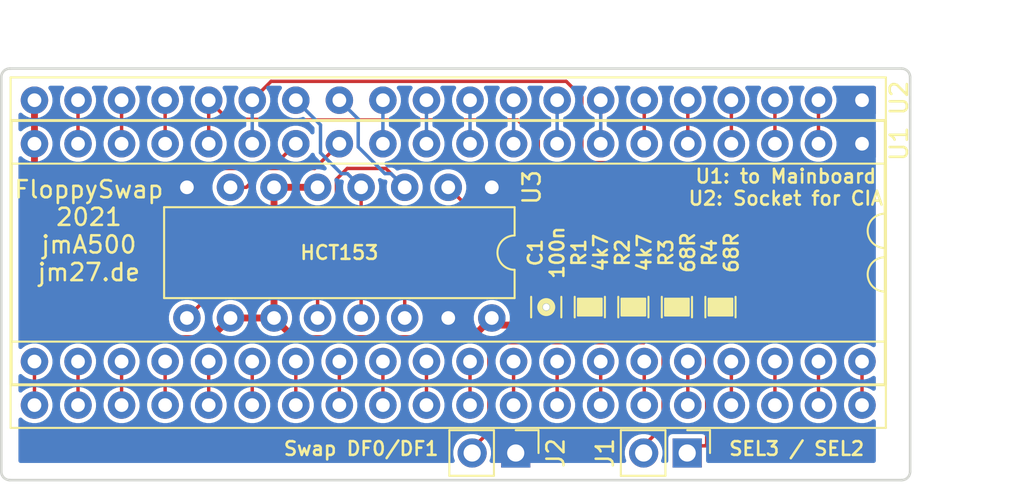
<source format=kicad_pcb>
(kicad_pcb (version 20171130) (host pcbnew 5.1.5+dfsg1-2build2)

  (general
    (thickness 1.6)
    (drawings 20)
    (tracks 148)
    (zones 0)
    (modules 10)
    (nets 47)
  )

  (page A4)
  (layers
    (0 F.Cu signal)
    (31 B.Cu signal)
    (32 B.Adhes user)
    (33 F.Adhes user)
    (34 B.Paste user)
    (35 F.Paste user)
    (36 B.SilkS user)
    (37 F.SilkS user)
    (38 B.Mask user)
    (39 F.Mask user)
    (40 Dwgs.User user)
    (41 Cmts.User user)
    (42 Eco1.User user)
    (43 Eco2.User user)
    (44 Edge.Cuts user)
    (45 Margin user)
    (46 B.CrtYd user)
    (47 F.CrtYd user)
    (48 B.Fab user hide)
    (49 F.Fab user hide)
  )

  (setup
    (last_trace_width 0.2)
    (trace_clearance 0.2)
    (zone_clearance 0.508)
    (zone_45_only no)
    (trace_min 0.2)
    (via_size 0.8)
    (via_drill 0.4)
    (via_min_size 0.4)
    (via_min_drill 0.3)
    (uvia_size 0.3)
    (uvia_drill 0.1)
    (uvias_allowed no)
    (uvia_min_size 0.2)
    (uvia_min_drill 0.1)
    (edge_width 0.05)
    (segment_width 0.2)
    (pcb_text_width 0.3)
    (pcb_text_size 1.5 1.5)
    (mod_edge_width 0.1)
    (mod_text_size 0.8 0.8)
    (mod_text_width 0.15)
    (pad_size 1.524 1.524)
    (pad_drill 0.762)
    (pad_to_mask_clearance 0.051)
    (solder_mask_min_width 0.25)
    (aux_axis_origin 113 52)
    (visible_elements FFFFFF7F)
    (pcbplotparams
      (layerselection 0x010fc_ffffffff)
      (usegerberextensions false)
      (usegerberattributes false)
      (usegerberadvancedattributes false)
      (creategerberjobfile false)
      (excludeedgelayer true)
      (linewidth 0.100000)
      (plotframeref false)
      (viasonmask false)
      (mode 1)
      (useauxorigin true)
      (hpglpennumber 1)
      (hpglpenspeed 20)
      (hpglpendiameter 15.000000)
      (psnegative false)
      (psa4output false)
      (plotreference true)
      (plotvalue true)
      (plotinvisibletext false)
      (padsonsilk false)
      (subtractmaskfromsilk false)
      (outputformat 1)
      (mirror false)
      (drillshape 0)
      (scaleselection 1)
      (outputdirectory "Gerber"))
  )

  (net 0 "")
  (net 1 /SEL3)
  (net 2 /SEL2)
  (net 3 /SEL1)
  (net 4 /SEL0)
  (net 5 /SEL0_MB)
  (net 6 /SEL1_MB)
  (net 7 GND)
  (net 8 /~INT)
  (net 9 /PA7)
  (net 10 /~W)
  (net 11 /PA6)
  (net 12 /~CS)
  (net 13 /PA5)
  (net 14 /~F)
  (net 15 /PA4)
  (net 16 /E)
  (net 17 /PA3)
  (net 18 /D7)
  (net 19 /PA2)
  (net 20 /D6)
  (net 21 /PA1)
  (net 22 /D5)
  (net 23 /PA0)
  (net 24 /D4)
  (net 25 /PB0)
  (net 26 /D3)
  (net 27 /PB1)
  (net 28 /D2)
  (net 29 /PB2)
  (net 30 /D1)
  (net 31 /D0)
  (net 32 /~RESET)
  (net 33 /RS3)
  (net 34 /RS2)
  (net 35 /PB7)
  (net 36 /RS1)
  (net 37 /~PC)
  (net 38 /RS0)
  (net 39 /TICK)
  (net 40 /S)
  (net 41 +5V)
  (net 42 /C)
  (net 43 "Net-(R2-Pad1)")
  (net 44 "Net-(J2-Pad2)")
  (net 45 "Net-(J1-Pad1)")
  (net 46 "Net-(J1-Pad2)")

  (net_class Default "Dies ist die voreingestellte Netzklasse."
    (clearance 0.2)
    (trace_width 0.2)
    (via_dia 0.8)
    (via_drill 0.4)
    (uvia_dia 0.3)
    (uvia_drill 0.1)
    (add_net /C)
    (add_net /D0)
    (add_net /D1)
    (add_net /D2)
    (add_net /D3)
    (add_net /D4)
    (add_net /D5)
    (add_net /D6)
    (add_net /D7)
    (add_net /E)
    (add_net /PA0)
    (add_net /PA1)
    (add_net /PA2)
    (add_net /PA3)
    (add_net /PA4)
    (add_net /PA5)
    (add_net /PA6)
    (add_net /PA7)
    (add_net /PB0)
    (add_net /PB1)
    (add_net /PB2)
    (add_net /PB7)
    (add_net /RS0)
    (add_net /RS1)
    (add_net /RS2)
    (add_net /RS3)
    (add_net /S)
    (add_net /SEL0)
    (add_net /SEL0_MB)
    (add_net /SEL1)
    (add_net /SEL1_MB)
    (add_net /SEL2)
    (add_net /SEL3)
    (add_net /TICK)
    (add_net /~CS)
    (add_net /~F)
    (add_net /~INT)
    (add_net /~PC)
    (add_net /~RESET)
    (add_net /~W)
    (add_net "Net-(J1-Pad1)")
    (add_net "Net-(J1-Pad2)")
    (add_net "Net-(J2-Pad2)")
    (add_net "Net-(R2-Pad1)")
  )

  (net_class Power ""
    (clearance 0.2)
    (trace_width 0.4)
    (via_dia 0.8)
    (via_drill 0.4)
    (uvia_dia 0.3)
    (uvia_drill 0.1)
    (add_net +5V)
    (add_net GND)
  )

  (module Pin_Headers:Pin_Header_Straight_1x02_Pitch2.54mm (layer F.Cu) (tedit 59650532) (tstamp 604C32F8)
    (at 143 50.419 270)
    (descr "Through hole straight pin header, 1x02, 2.54mm pitch, single row")
    (tags "Through hole pin header THT 1x02 2.54mm single row")
    (path /605B08D6)
    (fp_text reference J2 (at 0 -2.33 90) (layer F.SilkS)
      (effects (font (size 1 1) (thickness 0.15)))
    )
    (fp_text value CONN_01X02 (at 0 4.87 90) (layer F.Fab)
      (effects (font (size 1 1) (thickness 0.15)))
    )
    (fp_line (start -0.635 -1.27) (end 1.27 -1.27) (layer F.Fab) (width 0.1))
    (fp_line (start 1.27 -1.27) (end 1.27 3.81) (layer F.Fab) (width 0.1))
    (fp_line (start 1.27 3.81) (end -1.27 3.81) (layer F.Fab) (width 0.1))
    (fp_line (start -1.27 3.81) (end -1.27 -0.635) (layer F.Fab) (width 0.1))
    (fp_line (start -1.27 -0.635) (end -0.635 -1.27) (layer F.Fab) (width 0.1))
    (fp_line (start -1.33 3.87) (end 1.33 3.87) (layer F.SilkS) (width 0.12))
    (fp_line (start -1.33 1.27) (end -1.33 3.87) (layer F.SilkS) (width 0.12))
    (fp_line (start 1.33 1.27) (end 1.33 3.87) (layer F.SilkS) (width 0.12))
    (fp_line (start -1.33 1.27) (end 1.33 1.27) (layer F.SilkS) (width 0.12))
    (fp_line (start -1.33 0) (end -1.33 -1.33) (layer F.SilkS) (width 0.12))
    (fp_line (start -1.33 -1.33) (end 0 -1.33) (layer F.SilkS) (width 0.12))
    (fp_line (start -1.8 -1.8) (end -1.8 4.35) (layer F.CrtYd) (width 0.05))
    (fp_line (start -1.8 4.35) (end 1.8 4.35) (layer F.CrtYd) (width 0.05))
    (fp_line (start 1.8 4.35) (end 1.8 -1.8) (layer F.CrtYd) (width 0.05))
    (fp_line (start 1.8 -1.8) (end -1.8 -1.8) (layer F.CrtYd) (width 0.05))
    (fp_text user %R (at 0 1.27) (layer F.Fab)
      (effects (font (size 1 1) (thickness 0.15)))
    )
    (pad 1 thru_hole rect (at 0 0 270) (size 1.7 1.7) (drill 1) (layers *.Cu *.Mask)
      (net 7 GND))
    (pad 2 thru_hole oval (at 0 2.54 270) (size 1.7 1.7) (drill 1) (layers *.Cu *.Mask)
      (net 44 "Net-(J2-Pad2)"))
    (model ${KISYS3DMOD}/Pin_Headers.3dshapes/Pin_Header_Straight_1x02_Pitch2.54mm.wrl
      (at (xyz 0 0 0))
      (scale (xyz 1 1 1))
      (rotate (xyz 0 0 0))
    )
  )

  (module Pin_Headers:Pin_Header_Straight_1x02_Pitch2.54mm (layer F.Cu) (tedit 59650532) (tstamp 604BD2F7)
    (at 153 50.419 270)
    (descr "Through hole straight pin header, 1x02, 2.54mm pitch, single row")
    (tags "Through hole pin header THT 1x02 2.54mm single row")
    (path /604ECD36)
    (fp_text reference J1 (at 0 4.791 90) (layer F.SilkS)
      (effects (font (size 1 1) (thickness 0.15)))
    )
    (fp_text value CONN_01X02 (at 0 4.87 90) (layer F.Fab)
      (effects (font (size 1 1) (thickness 0.15)))
    )
    (fp_line (start -0.635 -1.27) (end 1.27 -1.27) (layer F.Fab) (width 0.1))
    (fp_line (start 1.27 -1.27) (end 1.27 3.81) (layer F.Fab) (width 0.1))
    (fp_line (start 1.27 3.81) (end -1.27 3.81) (layer F.Fab) (width 0.1))
    (fp_line (start -1.27 3.81) (end -1.27 -0.635) (layer F.Fab) (width 0.1))
    (fp_line (start -1.27 -0.635) (end -0.635 -1.27) (layer F.Fab) (width 0.1))
    (fp_line (start -1.33 3.87) (end 1.33 3.87) (layer F.SilkS) (width 0.12))
    (fp_line (start -1.33 1.27) (end -1.33 3.87) (layer F.SilkS) (width 0.12))
    (fp_line (start 1.33 1.27) (end 1.33 3.87) (layer F.SilkS) (width 0.12))
    (fp_line (start -1.33 1.27) (end 1.33 1.27) (layer F.SilkS) (width 0.12))
    (fp_line (start -1.33 0) (end -1.33 -1.33) (layer F.SilkS) (width 0.12))
    (fp_line (start -1.33 -1.33) (end 0 -1.33) (layer F.SilkS) (width 0.12))
    (fp_line (start -1.8 -1.8) (end -1.8 4.35) (layer F.CrtYd) (width 0.05))
    (fp_line (start -1.8 4.35) (end 1.8 4.35) (layer F.CrtYd) (width 0.05))
    (fp_line (start 1.8 4.35) (end 1.8 -1.8) (layer F.CrtYd) (width 0.05))
    (fp_line (start 1.8 -1.8) (end -1.8 -1.8) (layer F.CrtYd) (width 0.05))
    (fp_text user %R (at 0 1.27) (layer F.Fab)
      (effects (font (size 1 1) (thickness 0.15)))
    )
    (pad 1 thru_hole rect (at 0 0 270) (size 1.7 1.7) (drill 1) (layers *.Cu *.Mask)
      (net 45 "Net-(J1-Pad1)"))
    (pad 2 thru_hole oval (at 0 2.54 270) (size 1.7 1.7) (drill 1) (layers *.Cu *.Mask)
      (net 46 "Net-(J1-Pad2)"))
    (model ${KISYS3DMOD}/Pin_Headers.3dshapes/Pin_Header_Straight_1x02_Pitch2.54mm.wrl
      (at (xyz 0 0 0))
      (scale (xyz 1 1 1))
      (rotate (xyz 0 0 0))
    )
  )

  (module discrete:R_0805 (layer F.Cu) (tedit 5E568DC1) (tstamp 604C5C4B)
    (at 154.94 41.91 90)
    (descr "Resistor SMD 0805, reflow soldering, Vishay (see dcrcw.pdf)")
    (tags "resistor 0805")
    (path /605E6E44)
    (attr smd)
    (fp_text reference R4 (at 3.175 -0.635 90) (layer F.SilkS)
      (effects (font (size 0.8 0.8) (thickness 0.15)))
    )
    (fp_text value 68R (at 0 1.75 90) (layer F.Fab)
      (effects (font (size 1 1) (thickness 0.15)))
    )
    (fp_poly (pts (xy -0.5 -0.7) (xy 0.5 -0.7) (xy 0.5 0.7) (xy -0.5 0.7)
      (xy -0.5 0.1)) (layer F.SilkS) (width 0.1))
    (fp_line (start 1.55 0.9) (end -1.55 0.9) (layer F.CrtYd) (width 0.05))
    (fp_line (start 1.55 0.9) (end 1.55 -0.9) (layer F.CrtYd) (width 0.05))
    (fp_line (start -1.55 -0.9) (end -1.55 0.9) (layer F.CrtYd) (width 0.05))
    (fp_line (start -1.55 -0.9) (end 1.55 -0.9) (layer F.CrtYd) (width 0.05))
    (fp_line (start -0.6 -0.88) (end 0.6 -0.88) (layer F.SilkS) (width 0.12))
    (fp_line (start 0.6 0.88) (end -0.6 0.88) (layer F.SilkS) (width 0.12))
    (fp_line (start -1 -0.62) (end 1 -0.62) (layer F.Fab) (width 0.1))
    (fp_line (start 1 -0.62) (end 1 0.62) (layer F.Fab) (width 0.1))
    (fp_line (start 1 0.62) (end -1 0.62) (layer F.Fab) (width 0.1))
    (fp_line (start -1 0.62) (end -1 -0.62) (layer F.Fab) (width 0.1))
    (fp_text user %R (at 0 -1.6 90) (layer F.Fab)
      (effects (font (size 1 1) (thickness 0.15)))
    )
    (pad 2 smd rect (at 1.05 0 90) (size 0.9 1.3) (layers F.Cu F.Paste F.Mask)
      (net 2 /SEL2))
    (pad 1 smd rect (at -1.05 0 90) (size 0.9 1.3) (layers F.Cu F.Paste F.Mask)
      (net 45 "Net-(J1-Pad1)"))
    (model ${KISYS3DMOD}/Resistors_SMD.3dshapes/R_0805.step
      (at (xyz 0 0 0))
      (scale (xyz 1 1 1))
      (rotate (xyz 0 0 0))
    )
  )

  (module discrete:R_0805 (layer F.Cu) (tedit 5E568DC1) (tstamp 604C5C39)
    (at 152.4 41.91 90)
    (descr "Resistor SMD 0805, reflow soldering, Vishay (see dcrcw.pdf)")
    (tags "resistor 0805")
    (path /605DBA9B)
    (attr smd)
    (fp_text reference R3 (at 3.175 -0.635 90) (layer F.SilkS)
      (effects (font (size 0.8 0.8) (thickness 0.15)))
    )
    (fp_text value 68R (at 0 1.75 90) (layer F.Fab)
      (effects (font (size 1 1) (thickness 0.15)))
    )
    (fp_poly (pts (xy -0.5 -0.7) (xy 0.5 -0.7) (xy 0.5 0.7) (xy -0.5 0.7)
      (xy -0.5 0.1)) (layer F.SilkS) (width 0.1))
    (fp_line (start 1.55 0.9) (end -1.55 0.9) (layer F.CrtYd) (width 0.05))
    (fp_line (start 1.55 0.9) (end 1.55 -0.9) (layer F.CrtYd) (width 0.05))
    (fp_line (start -1.55 -0.9) (end -1.55 0.9) (layer F.CrtYd) (width 0.05))
    (fp_line (start -1.55 -0.9) (end 1.55 -0.9) (layer F.CrtYd) (width 0.05))
    (fp_line (start -0.6 -0.88) (end 0.6 -0.88) (layer F.SilkS) (width 0.12))
    (fp_line (start 0.6 0.88) (end -0.6 0.88) (layer F.SilkS) (width 0.12))
    (fp_line (start -1 -0.62) (end 1 -0.62) (layer F.Fab) (width 0.1))
    (fp_line (start 1 -0.62) (end 1 0.62) (layer F.Fab) (width 0.1))
    (fp_line (start 1 0.62) (end -1 0.62) (layer F.Fab) (width 0.1))
    (fp_line (start -1 0.62) (end -1 -0.62) (layer F.Fab) (width 0.1))
    (fp_text user %R (at 0 -1.6 90) (layer F.Fab)
      (effects (font (size 1 1) (thickness 0.15)))
    )
    (pad 2 smd rect (at 1.05 0 90) (size 0.9 1.3) (layers F.Cu F.Paste F.Mask)
      (net 1 /SEL3))
    (pad 1 smd rect (at -1.05 0 90) (size 0.9 1.3) (layers F.Cu F.Paste F.Mask)
      (net 46 "Net-(J1-Pad2)"))
    (model ${KISYS3DMOD}/Resistors_SMD.3dshapes/R_0805.step
      (at (xyz 0 0 0))
      (scale (xyz 1 1 1))
      (rotate (xyz 0 0 0))
    )
  )

  (module Housings_DIP:DIP-16_W7.62mm (layer F.Cu) (tedit 59C78D6B) (tstamp 604BF7B1)
    (at 141.605 34.925 270)
    (descr "16-lead though-hole mounted DIP package, row spacing 7.62 mm (300 mils)")
    (tags "THT DIP DIL PDIP 2.54mm 7.62mm 300mil")
    (path /6051E07A)
    (fp_text reference U3 (at 0 -2.33 90) (layer F.SilkS)
      (effects (font (size 1 1) (thickness 0.15)))
    )
    (fp_text value 74HCT153 (at 3.81 20.11 90) (layer F.Fab)
      (effects (font (size 1 1) (thickness 0.15)))
    )
    (fp_arc (start 3.81 -1.33) (end 2.81 -1.33) (angle -180) (layer F.SilkS) (width 0.12))
    (fp_line (start 1.635 -1.27) (end 6.985 -1.27) (layer F.Fab) (width 0.1))
    (fp_line (start 6.985 -1.27) (end 6.985 19.05) (layer F.Fab) (width 0.1))
    (fp_line (start 6.985 19.05) (end 0.635 19.05) (layer F.Fab) (width 0.1))
    (fp_line (start 0.635 19.05) (end 0.635 -0.27) (layer F.Fab) (width 0.1))
    (fp_line (start 0.635 -0.27) (end 1.635 -1.27) (layer F.Fab) (width 0.1))
    (fp_line (start 2.81 -1.33) (end 1.16 -1.33) (layer F.SilkS) (width 0.12))
    (fp_line (start 1.16 -1.33) (end 1.16 19.11) (layer F.SilkS) (width 0.12))
    (fp_line (start 1.16 19.11) (end 6.46 19.11) (layer F.SilkS) (width 0.12))
    (fp_line (start 6.46 19.11) (end 6.46 -1.33) (layer F.SilkS) (width 0.12))
    (fp_line (start 6.46 -1.33) (end 4.81 -1.33) (layer F.SilkS) (width 0.12))
    (fp_line (start -1.1 -1.55) (end -1.1 19.3) (layer F.CrtYd) (width 0.05))
    (fp_line (start -1.1 19.3) (end 8.7 19.3) (layer F.CrtYd) (width 0.05))
    (fp_line (start 8.7 19.3) (end 8.7 -1.55) (layer F.CrtYd) (width 0.05))
    (fp_line (start 8.7 -1.55) (end -1.1 -1.55) (layer F.CrtYd) (width 0.05))
    (fp_text user %R (at 3.81 8.89 90) (layer F.Fab)
      (effects (font (size 1 1) (thickness 0.15)))
    )
    (pad 1 thru_hole rect (at 0 0 270) (size 1.6 1.6) (drill 0.8) (layers *.Cu *.Mask)
      (net 7 GND))
    (pad 9 thru_hole oval (at 7.62 17.78 270) (size 1.6 1.6) (drill 0.8) (layers *.Cu *.Mask)
      (net 6 /SEL1_MB))
    (pad 2 thru_hole oval (at 0 2.54 270) (size 1.6 1.6) (drill 0.8) (layers *.Cu *.Mask)
      (net 43 "Net-(R2-Pad1)"))
    (pad 10 thru_hole oval (at 7.62 15.24 270) (size 1.6 1.6) (drill 0.8) (layers *.Cu *.Mask)
      (net 41 +5V))
    (pad 3 thru_hole oval (at 0 5.08 270) (size 1.6 1.6) (drill 0.8) (layers *.Cu *.Mask)
      (net 4 /SEL0))
    (pad 11 thru_hole oval (at 7.62 12.7 270) (size 1.6 1.6) (drill 0.8) (layers *.Cu *.Mask)
      (net 41 +5V))
    (pad 4 thru_hole oval (at 0 7.62 270) (size 1.6 1.6) (drill 0.8) (layers *.Cu *.Mask)
      (net 3 /SEL1))
    (pad 12 thru_hole oval (at 7.62 10.16 270) (size 1.6 1.6) (drill 0.8) (layers *.Cu *.Mask)
      (net 4 /SEL0))
    (pad 5 thru_hole oval (at 0 10.16 270) (size 1.6 1.6) (drill 0.8) (layers *.Cu *.Mask)
      (net 41 +5V))
    (pad 13 thru_hole oval (at 7.62 7.62 270) (size 1.6 1.6) (drill 0.8) (layers *.Cu *.Mask)
      (net 3 /SEL1))
    (pad 6 thru_hole oval (at 0 12.7 270) (size 1.6 1.6) (drill 0.8) (layers *.Cu *.Mask)
      (net 41 +5V))
    (pad 14 thru_hole oval (at 7.62 5.08 270) (size 1.6 1.6) (drill 0.8) (layers *.Cu *.Mask)
      (net 44 "Net-(J2-Pad2)"))
    (pad 7 thru_hole oval (at 0 15.24 270) (size 1.6 1.6) (drill 0.8) (layers *.Cu *.Mask)
      (net 5 /SEL0_MB))
    (pad 15 thru_hole oval (at 7.62 2.54 270) (size 1.6 1.6) (drill 0.8) (layers *.Cu *.Mask)
      (net 7 GND))
    (pad 8 thru_hole oval (at 0 17.78 270) (size 1.6 1.6) (drill 0.8) (layers *.Cu *.Mask)
      (net 7 GND))
    (pad 16 thru_hole oval (at 7.62 0 270) (size 1.6 1.6) (drill 0.8) (layers *.Cu *.Mask)
      (net 41 +5V))
    (model ${KISYS3DMOD}/Housings_DIP.3dshapes/DIP-16_W7.62mm.wrl
      (at (xyz 0 0 0))
      (scale (xyz 1 1 1))
      (rotate (xyz 0 0 0))
    )
  )

  (module Housings_DIP:DIP-40_W15.24mm_Socket locked (layer F.Cu) (tedit 59C78D6C) (tstamp 604BE407)
    (at 163.195 32.385 270)
    (descr "40-lead though-hole mounted DIP package, row spacing 15.24 mm (600 mils), Socket")
    (tags "THT DIP DIL PDIP 2.54mm 15.24mm 600mil Socket")
    (path /604D7857)
    (fp_text reference U1 (at 0 -2.159 90) (layer F.SilkS)
      (effects (font (size 1 1) (thickness 0.15)))
    )
    (fp_text value CIA (at 7.62 50.59 90) (layer F.Fab)
      (effects (font (size 1 1) (thickness 0.15)))
    )
    (fp_arc (start 7.62 -1.33) (end 6.62 -1.33) (angle -180) (layer F.SilkS) (width 0.12))
    (fp_line (start 1.255 -1.27) (end 14.985 -1.27) (layer F.Fab) (width 0.1))
    (fp_line (start 14.985 -1.27) (end 14.985 49.53) (layer F.Fab) (width 0.1))
    (fp_line (start 14.985 49.53) (end 0.255 49.53) (layer F.Fab) (width 0.1))
    (fp_line (start 0.255 49.53) (end 0.255 -0.27) (layer F.Fab) (width 0.1))
    (fp_line (start 0.255 -0.27) (end 1.255 -1.27) (layer F.Fab) (width 0.1))
    (fp_line (start -1.27 -1.33) (end -1.27 49.59) (layer F.Fab) (width 0.1))
    (fp_line (start -1.27 49.59) (end 16.51 49.59) (layer F.Fab) (width 0.1))
    (fp_line (start 16.51 49.59) (end 16.51 -1.33) (layer F.Fab) (width 0.1))
    (fp_line (start 16.51 -1.33) (end -1.27 -1.33) (layer F.Fab) (width 0.1))
    (fp_line (start 6.62 -1.33) (end 1.16 -1.33) (layer F.SilkS) (width 0.12))
    (fp_line (start 1.16 -1.33) (end 1.16 49.59) (layer F.SilkS) (width 0.12))
    (fp_line (start 1.16 49.59) (end 14.08 49.59) (layer F.SilkS) (width 0.12))
    (fp_line (start 14.08 49.59) (end 14.08 -1.33) (layer F.SilkS) (width 0.12))
    (fp_line (start 14.08 -1.33) (end 8.62 -1.33) (layer F.SilkS) (width 0.12))
    (fp_line (start -1.33 -1.39) (end -1.33 49.65) (layer F.SilkS) (width 0.12))
    (fp_line (start -1.33 49.65) (end 16.57 49.65) (layer F.SilkS) (width 0.12))
    (fp_line (start 16.57 49.65) (end 16.57 -1.39) (layer F.SilkS) (width 0.12))
    (fp_line (start 16.57 -1.39) (end -1.33 -1.39) (layer F.SilkS) (width 0.12))
    (fp_line (start -1.55 -1.6) (end -1.55 49.85) (layer F.CrtYd) (width 0.05))
    (fp_line (start -1.55 49.85) (end 16.8 49.85) (layer F.CrtYd) (width 0.05))
    (fp_line (start 16.8 49.85) (end 16.8 -1.6) (layer F.CrtYd) (width 0.05))
    (fp_line (start 16.8 -1.6) (end -1.55 -1.6) (layer F.CrtYd) (width 0.05))
    (fp_text user %R (at 7.62 24.13 90) (layer F.Fab)
      (effects (font (size 1 1) (thickness 0.15)))
    )
    (pad 1 thru_hole rect (at 0 0 270) (size 1.6 1.6) (drill 0.8) (layers *.Cu *.Mask)
      (net 7 GND))
    (pad 21 thru_hole oval (at 15.24 48.26 270) (size 1.6 1.6) (drill 0.8) (layers *.Cu *.Mask)
      (net 8 /~INT))
    (pad 2 thru_hole oval (at 0 2.54 270) (size 1.6 1.6) (drill 0.8) (layers *.Cu *.Mask)
      (net 9 /PA7))
    (pad 22 thru_hole oval (at 15.24 45.72 270) (size 1.6 1.6) (drill 0.8) (layers *.Cu *.Mask)
      (net 10 /~W))
    (pad 3 thru_hole oval (at 0 5.08 270) (size 1.6 1.6) (drill 0.8) (layers *.Cu *.Mask)
      (net 11 /PA6))
    (pad 23 thru_hole oval (at 15.24 43.18 270) (size 1.6 1.6) (drill 0.8) (layers *.Cu *.Mask)
      (net 12 /~CS))
    (pad 4 thru_hole oval (at 0 7.62 270) (size 1.6 1.6) (drill 0.8) (layers *.Cu *.Mask)
      (net 13 /PA5))
    (pad 24 thru_hole oval (at 15.24 40.64 270) (size 1.6 1.6) (drill 0.8) (layers *.Cu *.Mask)
      (net 14 /~F))
    (pad 5 thru_hole oval (at 0 10.16 270) (size 1.6 1.6) (drill 0.8) (layers *.Cu *.Mask)
      (net 15 /PA4))
    (pad 25 thru_hole oval (at 15.24 38.1 270) (size 1.6 1.6) (drill 0.8) (layers *.Cu *.Mask)
      (net 16 /E))
    (pad 6 thru_hole oval (at 0 12.7 270) (size 1.6 1.6) (drill 0.8) (layers *.Cu *.Mask)
      (net 17 /PA3))
    (pad 26 thru_hole oval (at 15.24 35.56 270) (size 1.6 1.6) (drill 0.8) (layers *.Cu *.Mask)
      (net 18 /D7))
    (pad 7 thru_hole oval (at 0 15.24 270) (size 1.6 1.6) (drill 0.8) (layers *.Cu *.Mask)
      (net 19 /PA2))
    (pad 27 thru_hole oval (at 15.24 33.02 270) (size 1.6 1.6) (drill 0.8) (layers *.Cu *.Mask)
      (net 20 /D6))
    (pad 8 thru_hole oval (at 0 17.78 270) (size 1.6 1.6) (drill 0.8) (layers *.Cu *.Mask)
      (net 21 /PA1))
    (pad 28 thru_hole oval (at 15.24 30.48 270) (size 1.6 1.6) (drill 0.8) (layers *.Cu *.Mask)
      (net 22 /D5))
    (pad 9 thru_hole oval (at 0 20.32 270) (size 1.6 1.6) (drill 0.8) (layers *.Cu *.Mask)
      (net 23 /PA0))
    (pad 29 thru_hole oval (at 15.24 27.94 270) (size 1.6 1.6) (drill 0.8) (layers *.Cu *.Mask)
      (net 24 /D4))
    (pad 10 thru_hole oval (at 0 22.86 270) (size 1.6 1.6) (drill 0.8) (layers *.Cu *.Mask)
      (net 25 /PB0))
    (pad 30 thru_hole oval (at 15.24 25.4 270) (size 1.6 1.6) (drill 0.8) (layers *.Cu *.Mask)
      (net 26 /D3))
    (pad 11 thru_hole oval (at 0 25.4 270) (size 1.6 1.6) (drill 0.8) (layers *.Cu *.Mask)
      (net 27 /PB1))
    (pad 31 thru_hole oval (at 15.24 22.86 270) (size 1.6 1.6) (drill 0.8) (layers *.Cu *.Mask)
      (net 28 /D2))
    (pad 12 thru_hole oval (at 0 27.94 270) (size 1.6 1.6) (drill 0.8) (layers *.Cu *.Mask)
      (net 29 /PB2))
    (pad 32 thru_hole oval (at 15.24 20.32 270) (size 1.6 1.6) (drill 0.8) (layers *.Cu *.Mask)
      (net 30 /D1))
    (pad 13 thru_hole oval (at 0 30.48 270) (size 1.6 1.6) (drill 0.8) (layers *.Cu *.Mask)
      (net 5 /SEL0_MB))
    (pad 33 thru_hole oval (at 15.24 17.78 270) (size 1.6 1.6) (drill 0.8) (layers *.Cu *.Mask)
      (net 31 /D0))
    (pad 14 thru_hole oval (at 0 33.02 270) (size 1.6 1.6) (drill 0.8) (layers *.Cu *.Mask)
      (net 6 /SEL1_MB))
    (pad 34 thru_hole oval (at 15.24 15.24 270) (size 1.6 1.6) (drill 0.8) (layers *.Cu *.Mask)
      (net 32 /~RESET))
    (pad 15 thru_hole oval (at 0 35.56 270) (size 1.6 1.6) (drill 0.8) (layers *.Cu *.Mask)
      (net 2 /SEL2))
    (pad 35 thru_hole oval (at 15.24 12.7 270) (size 1.6 1.6) (drill 0.8) (layers *.Cu *.Mask)
      (net 33 /RS3))
    (pad 16 thru_hole oval (at 0 38.1 270) (size 1.6 1.6) (drill 0.8) (layers *.Cu *.Mask)
      (net 1 /SEL3))
    (pad 36 thru_hole oval (at 15.24 10.16 270) (size 1.6 1.6) (drill 0.8) (layers *.Cu *.Mask)
      (net 34 /RS2))
    (pad 17 thru_hole oval (at 0 40.64 270) (size 1.6 1.6) (drill 0.8) (layers *.Cu *.Mask)
      (net 35 /PB7))
    (pad 37 thru_hole oval (at 15.24 7.62 270) (size 1.6 1.6) (drill 0.8) (layers *.Cu *.Mask)
      (net 36 /RS1))
    (pad 18 thru_hole oval (at 0 43.18 270) (size 1.6 1.6) (drill 0.8) (layers *.Cu *.Mask)
      (net 37 /~PC))
    (pad 38 thru_hole oval (at 15.24 5.08 270) (size 1.6 1.6) (drill 0.8) (layers *.Cu *.Mask)
      (net 38 /RS0))
    (pad 19 thru_hole oval (at 0 45.72 270) (size 1.6 1.6) (drill 0.8) (layers *.Cu *.Mask)
      (net 39 /TICK))
    (pad 39 thru_hole oval (at 15.24 2.54 270) (size 1.6 1.6) (drill 0.8) (layers *.Cu *.Mask)
      (net 40 /S))
    (pad 20 thru_hole oval (at 0 48.26 270) (size 1.6 1.6) (drill 0.8) (layers *.Cu *.Mask)
      (net 41 +5V))
    (pad 40 thru_hole oval (at 15.24 0 270) (size 1.6 1.6) (drill 0.8) (layers *.Cu *.Mask)
      (net 42 /C))
    (model ${KISYS3DMOD}/Housings_DIP.3dshapes/DIP-40_W15.24mm_Socket.wrl
      (at (xyz 0 0 0))
      (scale (xyz 1 1 1))
      (rotate (xyz 0 0 0))
    )
  )

  (module discrete:R_0805 (layer F.Cu) (tedit 5E568DC1) (tstamp 604BE404)
    (at 149.86 41.91 270)
    (descr "Resistor SMD 0805, reflow soldering, Vishay (see dcrcw.pdf)")
    (tags "resistor 0805")
    (path /6056994F)
    (attr smd)
    (fp_text reference R2 (at -3.175 0.635 90) (layer F.SilkS)
      (effects (font (size 0.8 0.8) (thickness 0.15)))
    )
    (fp_text value 4k7 (at 0 1.75 90) (layer F.Fab)
      (effects (font (size 1 1) (thickness 0.15)))
    )
    (fp_poly (pts (xy -0.5 -0.7) (xy 0.5 -0.7) (xy 0.5 0.7) (xy -0.5 0.7)
      (xy -0.5 0.1)) (layer F.SilkS) (width 0.1))
    (fp_line (start 1.55 0.9) (end -1.55 0.9) (layer F.CrtYd) (width 0.05))
    (fp_line (start 1.55 0.9) (end 1.55 -0.9) (layer F.CrtYd) (width 0.05))
    (fp_line (start -1.55 -0.9) (end -1.55 0.9) (layer F.CrtYd) (width 0.05))
    (fp_line (start -1.55 -0.9) (end 1.55 -0.9) (layer F.CrtYd) (width 0.05))
    (fp_line (start -0.6 -0.88) (end 0.6 -0.88) (layer F.SilkS) (width 0.12))
    (fp_line (start 0.6 0.88) (end -0.6 0.88) (layer F.SilkS) (width 0.12))
    (fp_line (start -1 -0.62) (end 1 -0.62) (layer F.Fab) (width 0.1))
    (fp_line (start 1 -0.62) (end 1 0.62) (layer F.Fab) (width 0.1))
    (fp_line (start 1 0.62) (end -1 0.62) (layer F.Fab) (width 0.1))
    (fp_line (start -1 0.62) (end -1 -0.62) (layer F.Fab) (width 0.1))
    (fp_text user %R (at 0 -1.6 90) (layer F.Fab)
      (effects (font (size 1 1) (thickness 0.15)))
    )
    (pad 2 smd rect (at 1.05 0 270) (size 0.9 1.3) (layers F.Cu F.Paste F.Mask)
      (net 41 +5V))
    (pad 1 smd rect (at -1.05 0 270) (size 0.9 1.3) (layers F.Cu F.Paste F.Mask)
      (net 43 "Net-(R2-Pad1)"))
    (model ${KISYS3DMOD}/Resistors_SMD.3dshapes/R_0805.step
      (at (xyz 0 0 0))
      (scale (xyz 1 1 1))
      (rotate (xyz 0 0 0))
    )
  )

  (module discrete:R_0805 (layer F.Cu) (tedit 5E568DC1) (tstamp 604BE3F2)
    (at 147.32 41.91 270)
    (descr "Resistor SMD 0805, reflow soldering, Vishay (see dcrcw.pdf)")
    (tags "resistor 0805")
    (path /60578221)
    (attr smd)
    (fp_text reference R1 (at -3.175 0.635 90) (layer F.SilkS)
      (effects (font (size 0.8 0.8) (thickness 0.15)))
    )
    (fp_text value 4k7 (at 0 1.75 90) (layer F.Fab)
      (effects (font (size 1 1) (thickness 0.15)))
    )
    (fp_poly (pts (xy -0.5 -0.7) (xy 0.5 -0.7) (xy 0.5 0.7) (xy -0.5 0.7)
      (xy -0.5 0.1)) (layer F.SilkS) (width 0.1))
    (fp_line (start 1.55 0.9) (end -1.55 0.9) (layer F.CrtYd) (width 0.05))
    (fp_line (start 1.55 0.9) (end 1.55 -0.9) (layer F.CrtYd) (width 0.05))
    (fp_line (start -1.55 -0.9) (end -1.55 0.9) (layer F.CrtYd) (width 0.05))
    (fp_line (start -1.55 -0.9) (end 1.55 -0.9) (layer F.CrtYd) (width 0.05))
    (fp_line (start -0.6 -0.88) (end 0.6 -0.88) (layer F.SilkS) (width 0.12))
    (fp_line (start 0.6 0.88) (end -0.6 0.88) (layer F.SilkS) (width 0.12))
    (fp_line (start -1 -0.62) (end 1 -0.62) (layer F.Fab) (width 0.1))
    (fp_line (start 1 -0.62) (end 1 0.62) (layer F.Fab) (width 0.1))
    (fp_line (start 1 0.62) (end -1 0.62) (layer F.Fab) (width 0.1))
    (fp_line (start -1 0.62) (end -1 -0.62) (layer F.Fab) (width 0.1))
    (fp_text user %R (at 0 -1.6 90) (layer F.Fab)
      (effects (font (size 1 1) (thickness 0.15)))
    )
    (pad 2 smd rect (at 1.05 0 270) (size 0.9 1.3) (layers F.Cu F.Paste F.Mask)
      (net 41 +5V))
    (pad 1 smd rect (at -1.05 0 270) (size 0.9 1.3) (layers F.Cu F.Paste F.Mask)
      (net 44 "Net-(J2-Pad2)"))
    (model ${KISYS3DMOD}/Resistors_SMD.3dshapes/R_0805.step
      (at (xyz 0 0 0))
      (scale (xyz 1 1 1))
      (rotate (xyz 0 0 0))
    )
  )

  (module discrete:C_0805 (layer F.Cu) (tedit 5E568DF4) (tstamp 604BE38A)
    (at 144.78 41.91 90)
    (descr "Capacitor SMD 0805, reflow soldering, Vishay (see dcrcw.pdf)")
    (tags "capacitor 0805")
    (path /6053298C)
    (attr smd)
    (fp_text reference C1 (at 3.175 -0.635 90) (layer F.SilkS)
      (effects (font (size 0.8 0.8) (thickness 0.15)))
    )
    (fp_text value 100n (at 0 1.75 90) (layer F.Fab)
      (effects (font (size 1 1) (thickness 0.15)))
    )
    (fp_circle (center 0 0) (end 0.1 0) (layer F.SilkS) (width 0.2))
    (fp_circle (center 0 0) (end 0.3 0.1) (layer F.SilkS) (width 0.2))
    (fp_circle (center 0 0) (end 0.3 0.3) (layer F.SilkS) (width 0.2))
    (fp_text user %R (at 0 -1.65 90) (layer F.Fab)
      (effects (font (size 1 1) (thickness 0.15)))
    )
    (fp_line (start -1 0.62) (end -1 -0.62) (layer F.Fab) (width 0.1))
    (fp_line (start 1 0.62) (end -1 0.62) (layer F.Fab) (width 0.1))
    (fp_line (start 1 -0.62) (end 1 0.62) (layer F.Fab) (width 0.1))
    (fp_line (start -1 -0.62) (end 1 -0.62) (layer F.Fab) (width 0.1))
    (fp_line (start 0.6 0.88) (end -0.6 0.88) (layer F.SilkS) (width 0.12))
    (fp_line (start -0.6 -0.88) (end 0.6 -0.88) (layer F.SilkS) (width 0.12))
    (fp_line (start -1.55 -0.9) (end 1.55 -0.9) (layer F.CrtYd) (width 0.05))
    (fp_line (start -1.55 -0.9) (end -1.55 0.9) (layer F.CrtYd) (width 0.05))
    (fp_line (start 1.55 0.9) (end 1.55 -0.9) (layer F.CrtYd) (width 0.05))
    (fp_line (start 1.55 0.9) (end -1.55 0.9) (layer F.CrtYd) (width 0.05))
    (pad 1 smd rect (at -1.05 0 90) (size 0.9 1.3) (layers F.Cu F.Paste F.Mask)
      (net 41 +5V))
    (pad 2 smd rect (at 1.05 0 90) (size 0.9 1.3) (layers F.Cu F.Paste F.Mask)
      (net 7 GND))
    (model ${KISYS3DMOD}/Capacitors_SMD.3dshapes/C_0805.step
      (at (xyz 0 0 0))
      (scale (xyz 1 1 1))
      (rotate (xyz 0 0 0))
    )
  )

  (module Housings_DIP:DIP-40_W15.24mm_Socket locked (layer F.Cu) (tedit 59C78D6C) (tstamp 604BFADD)
    (at 163.195 29.845 270)
    (descr "40-lead though-hole mounted DIP package, row spacing 15.24 mm (600 mils), Socket")
    (tags "THT DIP DIL PDIP 2.54mm 15.24mm 600mil Socket")
    (path /604E3071)
    (fp_text reference U2 (at -0.127 -2.159 90) (layer F.SilkS)
      (effects (font (size 1 1) (thickness 0.15)))
    )
    (fp_text value CIA (at 7.62 50.59 90) (layer F.Fab)
      (effects (font (size 1 1) (thickness 0.15)))
    )
    (fp_arc (start 7.62 -1.33) (end 6.62 -1.33) (angle -180) (layer F.SilkS) (width 0.12))
    (fp_line (start 1.255 -1.27) (end 14.985 -1.27) (layer F.Fab) (width 0.1))
    (fp_line (start 14.985 -1.27) (end 14.985 49.53) (layer F.Fab) (width 0.1))
    (fp_line (start 14.985 49.53) (end 0.255 49.53) (layer F.Fab) (width 0.1))
    (fp_line (start 0.255 49.53) (end 0.255 -0.27) (layer F.Fab) (width 0.1))
    (fp_line (start 0.255 -0.27) (end 1.255 -1.27) (layer F.Fab) (width 0.1))
    (fp_line (start -1.27 -1.33) (end -1.27 49.59) (layer F.Fab) (width 0.1))
    (fp_line (start -1.27 49.59) (end 16.51 49.59) (layer F.Fab) (width 0.1))
    (fp_line (start 16.51 49.59) (end 16.51 -1.33) (layer F.Fab) (width 0.1))
    (fp_line (start 16.51 -1.33) (end -1.27 -1.33) (layer F.Fab) (width 0.1))
    (fp_line (start 6.62 -1.33) (end 1.16 -1.33) (layer F.SilkS) (width 0.12))
    (fp_line (start 1.16 -1.33) (end 1.16 49.59) (layer F.SilkS) (width 0.12))
    (fp_line (start 1.16 49.59) (end 14.08 49.59) (layer F.SilkS) (width 0.12))
    (fp_line (start 14.08 49.59) (end 14.08 -1.33) (layer F.SilkS) (width 0.12))
    (fp_line (start 14.08 -1.33) (end 8.62 -1.33) (layer F.SilkS) (width 0.12))
    (fp_line (start -1.33 -1.39) (end -1.33 49.65) (layer F.SilkS) (width 0.12))
    (fp_line (start -1.33 49.65) (end 16.57 49.65) (layer F.SilkS) (width 0.12))
    (fp_line (start 16.57 49.65) (end 16.57 -1.39) (layer F.SilkS) (width 0.12))
    (fp_line (start 16.57 -1.39) (end -1.33 -1.39) (layer F.SilkS) (width 0.12))
    (fp_line (start -1.55 -1.6) (end -1.55 49.85) (layer F.CrtYd) (width 0.05))
    (fp_line (start -1.55 49.85) (end 16.8 49.85) (layer F.CrtYd) (width 0.05))
    (fp_line (start 16.8 49.85) (end 16.8 -1.6) (layer F.CrtYd) (width 0.05))
    (fp_line (start 16.8 -1.6) (end -1.55 -1.6) (layer F.CrtYd) (width 0.05))
    (fp_text user %R (at 7.62 24.13 90) (layer F.Fab)
      (effects (font (size 1 1) (thickness 0.15)))
    )
    (pad 1 thru_hole rect (at 0 0 270) (size 1.6 1.6) (drill 0.8) (layers *.Cu *.Mask)
      (net 7 GND))
    (pad 21 thru_hole oval (at 15.24 48.26 270) (size 1.6 1.6) (drill 0.8) (layers *.Cu *.Mask)
      (net 8 /~INT))
    (pad 2 thru_hole oval (at 0 2.54 270) (size 1.6 1.6) (drill 0.8) (layers *.Cu *.Mask)
      (net 9 /PA7))
    (pad 22 thru_hole oval (at 15.24 45.72 270) (size 1.6 1.6) (drill 0.8) (layers *.Cu *.Mask)
      (net 10 /~W))
    (pad 3 thru_hole oval (at 0 5.08 270) (size 1.6 1.6) (drill 0.8) (layers *.Cu *.Mask)
      (net 11 /PA6))
    (pad 23 thru_hole oval (at 15.24 43.18 270) (size 1.6 1.6) (drill 0.8) (layers *.Cu *.Mask)
      (net 12 /~CS))
    (pad 4 thru_hole oval (at 0 7.62 270) (size 1.6 1.6) (drill 0.8) (layers *.Cu *.Mask)
      (net 13 /PA5))
    (pad 24 thru_hole oval (at 15.24 40.64 270) (size 1.6 1.6) (drill 0.8) (layers *.Cu *.Mask)
      (net 14 /~F))
    (pad 5 thru_hole oval (at 0 10.16 270) (size 1.6 1.6) (drill 0.8) (layers *.Cu *.Mask)
      (net 15 /PA4))
    (pad 25 thru_hole oval (at 15.24 38.1 270) (size 1.6 1.6) (drill 0.8) (layers *.Cu *.Mask)
      (net 16 /E))
    (pad 6 thru_hole oval (at 0 12.7 270) (size 1.6 1.6) (drill 0.8) (layers *.Cu *.Mask)
      (net 17 /PA3))
    (pad 26 thru_hole oval (at 15.24 35.56 270) (size 1.6 1.6) (drill 0.8) (layers *.Cu *.Mask)
      (net 18 /D7))
    (pad 7 thru_hole oval (at 0 15.24 270) (size 1.6 1.6) (drill 0.8) (layers *.Cu *.Mask)
      (net 19 /PA2))
    (pad 27 thru_hole oval (at 15.24 33.02 270) (size 1.6 1.6) (drill 0.8) (layers *.Cu *.Mask)
      (net 20 /D6))
    (pad 8 thru_hole oval (at 0 17.78 270) (size 1.6 1.6) (drill 0.8) (layers *.Cu *.Mask)
      (net 21 /PA1))
    (pad 28 thru_hole oval (at 15.24 30.48 270) (size 1.6 1.6) (drill 0.8) (layers *.Cu *.Mask)
      (net 22 /D5))
    (pad 9 thru_hole oval (at 0 20.32 270) (size 1.6 1.6) (drill 0.8) (layers *.Cu *.Mask)
      (net 23 /PA0))
    (pad 29 thru_hole oval (at 15.24 27.94 270) (size 1.6 1.6) (drill 0.8) (layers *.Cu *.Mask)
      (net 24 /D4))
    (pad 10 thru_hole oval (at 0 22.86 270) (size 1.6 1.6) (drill 0.8) (layers *.Cu *.Mask)
      (net 25 /PB0))
    (pad 30 thru_hole oval (at 15.24 25.4 270) (size 1.6 1.6) (drill 0.8) (layers *.Cu *.Mask)
      (net 26 /D3))
    (pad 11 thru_hole oval (at 0 25.4 270) (size 1.6 1.6) (drill 0.8) (layers *.Cu *.Mask)
      (net 27 /PB1))
    (pad 31 thru_hole oval (at 15.24 22.86 270) (size 1.6 1.6) (drill 0.8) (layers *.Cu *.Mask)
      (net 28 /D2))
    (pad 12 thru_hole oval (at 0 27.94 270) (size 1.6 1.6) (drill 0.8) (layers *.Cu *.Mask)
      (net 29 /PB2))
    (pad 32 thru_hole oval (at 15.24 20.32 270) (size 1.6 1.6) (drill 0.8) (layers *.Cu *.Mask)
      (net 30 /D1))
    (pad 13 thru_hole oval (at 0 30.48 270) (size 1.6 1.6) (drill 0.8) (layers *.Cu *.Mask)
      (net 4 /SEL0))
    (pad 33 thru_hole oval (at 15.24 17.78 270) (size 1.6 1.6) (drill 0.8) (layers *.Cu *.Mask)
      (net 31 /D0))
    (pad 14 thru_hole oval (at 0 33.02 270) (size 1.6 1.6) (drill 0.8) (layers *.Cu *.Mask)
      (net 3 /SEL1))
    (pad 34 thru_hole oval (at 15.24 15.24 270) (size 1.6 1.6) (drill 0.8) (layers *.Cu *.Mask)
      (net 32 /~RESET))
    (pad 15 thru_hole oval (at 0 35.56 270) (size 1.6 1.6) (drill 0.8) (layers *.Cu *.Mask)
      (net 2 /SEL2))
    (pad 35 thru_hole oval (at 15.24 12.7 270) (size 1.6 1.6) (drill 0.8) (layers *.Cu *.Mask)
      (net 33 /RS3))
    (pad 16 thru_hole oval (at 0 38.1 270) (size 1.6 1.6) (drill 0.8) (layers *.Cu *.Mask)
      (net 1 /SEL3))
    (pad 36 thru_hole oval (at 15.24 10.16 270) (size 1.6 1.6) (drill 0.8) (layers *.Cu *.Mask)
      (net 34 /RS2))
    (pad 17 thru_hole oval (at 0 40.64 270) (size 1.6 1.6) (drill 0.8) (layers *.Cu *.Mask)
      (net 35 /PB7))
    (pad 37 thru_hole oval (at 15.24 7.62 270) (size 1.6 1.6) (drill 0.8) (layers *.Cu *.Mask)
      (net 36 /RS1))
    (pad 18 thru_hole oval (at 0 43.18 270) (size 1.6 1.6) (drill 0.8) (layers *.Cu *.Mask)
      (net 37 /~PC))
    (pad 38 thru_hole oval (at 15.24 5.08 270) (size 1.6 1.6) (drill 0.8) (layers *.Cu *.Mask)
      (net 38 /RS0))
    (pad 19 thru_hole oval (at 0 45.72 270) (size 1.6 1.6) (drill 0.8) (layers *.Cu *.Mask)
      (net 39 /TICK))
    (pad 39 thru_hole oval (at 15.24 2.54 270) (size 1.6 1.6) (drill 0.8) (layers *.Cu *.Mask)
      (net 40 /S))
    (pad 20 thru_hole oval (at 0 48.26 270) (size 1.6 1.6) (drill 0.8) (layers *.Cu *.Mask)
      (net 41 +5V))
    (pad 40 thru_hole oval (at 15.24 0 270) (size 1.6 1.6) (drill 0.8) (layers *.Cu *.Mask)
      (net 42 /C))
    (model ${KISYS3DMOD}/Housings_DIP.3dshapes/DIP-40_W15.24mm_Socket.wrl
      (at (xyz 0 0 0))
      (scale (xyz 1 1 1))
      (rotate (xyz 0 0 0))
    )
  )

  (gr_arc (start 113.5 28.5) (end 113.5 28) (angle -90) (layer Edge.Cuts) (width 0.15))
  (gr_arc (start 165.5 28.5) (end 166 28.5) (angle -90) (layer Edge.Cuts) (width 0.15))
  (gr_arc (start 165.5 51.5) (end 165.5 52) (angle -90) (layer Edge.Cuts) (width 0.15))
  (gr_arc (start 113.5 51.5) (end 113 51.5) (angle -90) (layer Edge.Cuts) (width 0.15))
  (gr_text 68R (at 155.575 38.735 90) (layer F.SilkS) (tstamp 604C63A3)
    (effects (font (size 0.8 0.8) (thickness 0.15)))
  )
  (gr_text 68R (at 153.035 38.735 90) (layer F.SilkS)
    (effects (font (size 0.8 0.8) (thickness 0.15)))
  )
  (gr_text "FloppySwap\n2021\njmA500\njm27.de" (at 118.11 37.465) (layer F.SilkS)
    (effects (font (size 1 1) (thickness 0.15)))
  )
  (gr_text "Swap DF0/DF1" (at 133.985 50.165) (layer F.SilkS)
    (effects (font (size 0.8 0.8) (thickness 0.15)))
  )
  (gr_text "SEL3 / SEL2" (at 159.385 50.165) (layer F.SilkS)
    (effects (font (size 0.8 0.8) (thickness 0.15)))
  )
  (gr_text "U1: to Mainboard\nU2: Socket for CIA" (at 158.75 34.925) (layer F.SilkS)
    (effects (font (size 0.8 0.8) (thickness 0.15)))
  )
  (gr_text HCT153 (at 132.715 38.735) (layer F.SilkS)
    (effects (font (size 0.8 0.8) (thickness 0.15)))
  )
  (gr_text 4k7 (at 150.495 38.735 90) (layer F.SilkS)
    (effects (font (size 0.8 0.8) (thickness 0.15)))
  )
  (gr_text 4k7 (at 147.955 38.735 90) (layer F.SilkS)
    (effects (font (size 0.8 0.8) (thickness 0.15)))
  )
  (gr_text 100n (at 145.415 38.735 90) (layer F.SilkS)
    (effects (font (size 0.8 0.8) (thickness 0.15)))
  )
  (dimension 53 (width 0.15) (layer Dwgs.User)
    (gr_text "53,000 mm" (at 139.5 24.7) (layer Dwgs.User)
      (effects (font (size 1 1) (thickness 0.15)))
    )
    (feature1 (pts (xy 113 28) (xy 113 25.413579)))
    (feature2 (pts (xy 166 28) (xy 166 25.413579)))
    (crossbar (pts (xy 166 26) (xy 113 26)))
    (arrow1a (pts (xy 113 26) (xy 114.126504 25.413579)))
    (arrow1b (pts (xy 113 26) (xy 114.126504 26.586421)))
    (arrow2a (pts (xy 166 26) (xy 164.873496 25.413579)))
    (arrow2b (pts (xy 166 26) (xy 164.873496 26.586421)))
  )
  (dimension 24 (width 0.15) (layer Dwgs.User)
    (gr_text "24,000 mm" (at 171.3 40 270) (layer Dwgs.User)
      (effects (font (size 1 1) (thickness 0.15)))
    )
    (feature1 (pts (xy 166 52) (xy 170.586421 52)))
    (feature2 (pts (xy 166 28) (xy 170.586421 28)))
    (crossbar (pts (xy 170 28) (xy 170 52)))
    (arrow1a (pts (xy 170 52) (xy 169.413579 50.873496)))
    (arrow1b (pts (xy 170 52) (xy 170.586421 50.873496)))
    (arrow2a (pts (xy 170 28) (xy 169.413579 29.126504)))
    (arrow2b (pts (xy 170 28) (xy 170.586421 29.126504)))
  )
  (gr_line (start 113.5 28) (end 165.5 28) (layer Edge.Cuts) (width 0.15) (tstamp 604BDC72))
  (gr_line (start 113 51.5) (end 113 28.5) (layer Edge.Cuts) (width 0.15))
  (gr_line (start 165.5 52) (end 113.5 52) (layer Edge.Cuts) (width 0.15))
  (gr_line (start 166 28.5) (end 166 51.5) (layer Edge.Cuts) (width 0.15))

  (segment (start 125.095 30.97637) (end 125.095 32.385) (width 0.2) (layer F.Cu) (net 1))
  (segment (start 125.095 29.845) (end 125.095 30.97637) (width 0.2) (layer F.Cu) (net 1))
  (segment (start 152.4 38.4) (end 152.4 40.86) (width 0.2) (layer F.Cu) (net 1))
  (segment (start 149 35) (end 152.4 38.4) (width 0.2) (layer F.Cu) (net 1))
  (segment (start 146.401998 35) (end 149 35) (width 0.2) (layer F.Cu) (net 1))
  (segment (start 143.118002 31) (end 144.314999 32.196997) (width 0.2) (layer F.Cu) (net 1))
  (segment (start 144.314999 32.196997) (end 144.314999 32.913001) (width 0.2) (layer F.Cu) (net 1))
  (segment (start 131 31) (end 143.118002 31) (width 0.2) (layer F.Cu) (net 1))
  (segment (start 144.314999 32.913001) (end 146.401998 35) (width 0.2) (layer F.Cu) (net 1))
  (segment (start 126.195001 30.945001) (end 131 31) (width 0.2) (layer F.Cu) (net 1))
  (segment (start 125.095 29.845) (end 126.195001 30.945001) (width 0.2) (layer F.Cu) (net 1))
  (segment (start 150.46 50) (end 151.595001 48.864999) (width 0.2) (layer F.Cu) (net 46))
  (segment (start 127.635 30.97637) (end 127.635 32.385) (width 0.2) (layer B.Cu) (net 2))
  (segment (start 127.635 29.845) (end 127.635 30.97637) (width 0.2) (layer B.Cu) (net 2))
  (segment (start 149.485001 33.485001) (end 154.94 38.94) (width 0.2) (layer F.Cu) (net 2))
  (segment (start 147.426999 33.485001) (end 149.485001 33.485001) (width 0.2) (layer F.Cu) (net 2))
  (segment (start 146.854999 29.656997) (end 146.854999 32.913001) (width 0.2) (layer F.Cu) (net 2))
  (segment (start 145.943001 28.744999) (end 146.854999 29.656997) (width 0.2) (layer F.Cu) (net 2))
  (segment (start 154.94 38.94) (end 154.94 40.86) (width 0.2) (layer F.Cu) (net 2))
  (segment (start 128.735001 28.744999) (end 145.943001 28.744999) (width 0.2) (layer F.Cu) (net 2))
  (segment (start 146.854999 32.913001) (end 147.426999 33.485001) (width 0.2) (layer F.Cu) (net 2))
  (segment (start 127.635 29.845) (end 128.735001 28.744999) (width 0.2) (layer F.Cu) (net 2))
  (segment (start 154.05 50) (end 153 50) (width 0.2) (layer F.Cu) (net 45))
  (segment (start 154.135001 49.914999) (end 154.05 50) (width 0.2) (layer F.Cu) (net 45))
  (segment (start 133.185001 34.125001) (end 133.985 34.925) (width 0.2) (layer B.Cu) (net 3))
  (segment (start 132.826999 34.125001) (end 133.185001 34.125001) (width 0.2) (layer B.Cu) (net 3))
  (segment (start 131.614999 31.284999) (end 131.614999 32.913001) (width 0.2) (layer B.Cu) (net 3))
  (segment (start 131.614999 32.913001) (end 132.826999 34.125001) (width 0.2) (layer B.Cu) (net 3))
  (segment (start 130.175 29.845) (end 131.614999 31.284999) (width 0.2) (layer B.Cu) (net 3))
  (segment (start 133.985 34.925) (end 133.985 42.545) (width 0.2) (layer F.Cu) (net 3))
  (segment (start 135.725001 34.125001) (end 136.525 34.925) (width 0.2) (layer B.Cu) (net 4))
  (segment (start 135.366999 34.125001) (end 135.725001 34.125001) (width 0.2) (layer B.Cu) (net 4))
  (segment (start 133.815001 32.573003) (end 135.366999 34.125001) (width 0.2) (layer B.Cu) (net 4))
  (segment (start 133.815001 30.945001) (end 133.815001 32.573003) (width 0.2) (layer B.Cu) (net 4))
  (segment (start 132.715 29.845) (end 133.815001 30.945001) (width 0.2) (layer B.Cu) (net 4))
  (segment (start 135.725001 34.125001) (end 136.525 34.925) (width 0.2) (layer F.Cu) (net 4))
  (segment (start 133.175001 33.824999) (end 135.424999 33.824999) (width 0.2) (layer F.Cu) (net 4))
  (segment (start 132.545001 34.454999) (end 133.175001 33.824999) (width 0.2) (layer F.Cu) (net 4))
  (segment (start 132.545001 38.454999) (end 132.545001 34.454999) (width 0.2) (layer F.Cu) (net 4))
  (segment (start 135.424999 33.824999) (end 135.725001 34.125001) (width 0.2) (layer F.Cu) (net 4))
  (segment (start 131.445 39.555) (end 132.545001 38.454999) (width 0.2) (layer F.Cu) (net 4))
  (segment (start 131.445 42.545) (end 131.445 39.555) (width 0.2) (layer F.Cu) (net 4))
  (segment (start 126.365 34.925) (end 127.288702 34.925) (width 0.2) (layer F.Cu) (net 5))
  (segment (start 131.915001 33.184999) (end 132.715 32.385) (width 0.2) (layer F.Cu) (net 5))
  (segment (start 128.388703 33.824999) (end 131.275001 33.824999) (width 0.2) (layer F.Cu) (net 5))
  (segment (start 127.288702 34.925) (end 128.388703 33.824999) (width 0.2) (layer F.Cu) (net 5))
  (segment (start 131.275001 33.824999) (end 131.915001 33.184999) (width 0.2) (layer F.Cu) (net 5))
  (segment (start 124.925001 41.444999) (end 124.624999 41.745001) (width 0.2) (layer F.Cu) (net 6))
  (segment (start 124.925001 34.736997) (end 124.925001 41.444999) (width 0.2) (layer F.Cu) (net 6))
  (segment (start 125.836999 33.824999) (end 124.925001 34.736997) (width 0.2) (layer F.Cu) (net 6))
  (segment (start 124.624999 41.745001) (end 123.825 42.545) (width 0.2) (layer F.Cu) (net 6))
  (segment (start 127.823003 33.824999) (end 125.836999 33.824999) (width 0.2) (layer F.Cu) (net 6))
  (segment (start 128.463003 33.184999) (end 127.823003 33.824999) (width 0.2) (layer F.Cu) (net 6))
  (segment (start 129.375001 33.184999) (end 128.463003 33.184999) (width 0.2) (layer F.Cu) (net 6))
  (segment (start 130.175 32.385) (end 129.375001 33.184999) (width 0.2) (layer F.Cu) (net 6))
  (segment (start 163.195 29.845) (end 163.195 33.02) (width 0.4) (layer F.Cu) (net 7))
  (via (at 144.78 41.91) (size 0.8) (drill 0.4) (layers F.Cu B.Cu) (net 7))
  (segment (start 144.78 40.86) (end 144.78 41.91) (width 0.4) (layer F.Cu) (net 7))
  (segment (start 114.935 45.085) (end 114.935 48.26) (width 0.2) (layer F.Cu) (net 8))
  (segment (start 160.655 29.845) (end 160.655 33.02) (width 0.2) (layer F.Cu) (net 9))
  (segment (start 117.475 45.085) (end 117.475 48.26) (width 0.2) (layer F.Cu) (net 10))
  (segment (start 158.115 29.845) (end 158.115 33.02) (width 0.2) (layer F.Cu) (net 11))
  (segment (start 120.015 46.21637) (end 120.015 48.26) (width 0.2) (layer F.Cu) (net 12))
  (segment (start 120.015 45.085) (end 120.015 46.21637) (width 0.2) (layer F.Cu) (net 12))
  (segment (start 155.575 29.845) (end 155.575 33.02) (width 0.2) (layer F.Cu) (net 13))
  (segment (start 122.555 45.085) (end 122.555 48.26) (width 0.2) (layer F.Cu) (net 14))
  (segment (start 153.035 29.845) (end 153.035 33.02) (width 0.2) (layer F.Cu) (net 15))
  (segment (start 125.095 46.21637) (end 125.095 48.26) (width 0.2) (layer F.Cu) (net 16))
  (segment (start 125.095 45.085) (end 125.095 46.21637) (width 0.2) (layer F.Cu) (net 16))
  (segment (start 150.495 30.97637) (end 150.495 33.02) (width 0.2) (layer F.Cu) (net 17))
  (segment (start 150.495 29.845) (end 150.495 30.97637) (width 0.2) (layer F.Cu) (net 17))
  (segment (start 127.635 45.085) (end 127.635 48.26) (width 0.2) (layer F.Cu) (net 18))
  (segment (start 147.955 29.845) (end 147.955 33.02) (width 0.2) (layer F.Cu) (net 19))
  (segment (start 147.955 29.845) (end 147.955 32.385) (width 0.2) (layer B.Cu) (net 19))
  (segment (start 130.175 45.085) (end 130.175 48.26) (width 0.2) (layer F.Cu) (net 20))
  (segment (start 145.415 30.97637) (end 145.415 32.385) (width 0.2) (layer B.Cu) (net 21))
  (segment (start 145.415 29.845) (end 145.415 30.97637) (width 0.2) (layer B.Cu) (net 21))
  (segment (start 132.715 45.085) (end 132.715 48.26) (width 0.2) (layer F.Cu) (net 22))
  (segment (start 142.875 30.97637) (end 142.875 32.385) (width 0.2) (layer B.Cu) (net 23))
  (segment (start 142.875 29.845) (end 142.875 30.97637) (width 0.2) (layer B.Cu) (net 23))
  (segment (start 135.255 46.21637) (end 135.255 48.26) (width 0.2) (layer F.Cu) (net 24))
  (segment (start 135.255 45.085) (end 135.255 46.21637) (width 0.2) (layer F.Cu) (net 24))
  (segment (start 140.335 30.97637) (end 140.335 32.385) (width 0.2) (layer B.Cu) (net 25))
  (segment (start 140.335 29.845) (end 140.335 30.97637) (width 0.2) (layer B.Cu) (net 25))
  (segment (start 137.795 45.085) (end 137.795 48.26) (width 0.2) (layer F.Cu) (net 26))
  (segment (start 137.795 30.97637) (end 137.795 32.385) (width 0.2) (layer B.Cu) (net 27))
  (segment (start 137.795 29.845) (end 137.795 30.97637) (width 0.2) (layer B.Cu) (net 27))
  (segment (start 140.335 45.085) (end 140.335 48.26) (width 0.2) (layer F.Cu) (net 28))
  (segment (start 135.255 29.845) (end 135.255 32.385) (width 0.2) (layer B.Cu) (net 29))
  (segment (start 142.875 45.085) (end 142.875 48.26) (width 0.2) (layer F.Cu) (net 30))
  (segment (start 145.415 46.21637) (end 145.415 48.26) (width 0.2) (layer F.Cu) (net 31))
  (segment (start 145.415 45.085) (end 145.415 46.21637) (width 0.2) (layer F.Cu) (net 31))
  (segment (start 147.955 45.085) (end 147.955 48.26) (width 0.2) (layer F.Cu) (net 32))
  (segment (start 150.495 45.085) (end 150.495 48.26) (width 0.2) (layer F.Cu) (net 33))
  (segment (start 153.035 45.085) (end 153.035 48.26) (width 0.2) (layer F.Cu) (net 34))
  (segment (start 122.555 30.97637) (end 122.555 32.385) (width 0.2) (layer F.Cu) (net 35))
  (segment (start 122.555 29.845) (end 122.555 30.97637) (width 0.2) (layer F.Cu) (net 35))
  (segment (start 155.575 45.085) (end 155.575 48.26) (width 0.2) (layer F.Cu) (net 36))
  (segment (start 120.015 29.845) (end 120.015 32.385) (width 0.2) (layer F.Cu) (net 37))
  (segment (start 158.115 46.21637) (end 158.115 48.26) (width 0.2) (layer F.Cu) (net 38))
  (segment (start 158.115 45.085) (end 158.115 46.21637) (width 0.2) (layer F.Cu) (net 38))
  (segment (start 117.475 30.97637) (end 117.475 32.385) (width 0.2) (layer F.Cu) (net 39))
  (segment (start 117.475 29.845) (end 117.475 30.97637) (width 0.2) (layer F.Cu) (net 39))
  (segment (start 160.655 45.085) (end 160.655 48.26) (width 0.2) (layer F.Cu) (net 40))
  (segment (start 149.86 42.96) (end 146.905 42.96) (width 0.4) (layer F.Cu) (net 41))
  (segment (start 146.905 42.96) (end 144.78 42.96) (width 0.4) (layer F.Cu) (net 41))
  (segment (start 142.02 42.96) (end 141.605 42.545) (width 0.4) (layer F.Cu) (net 41))
  (segment (start 144.78 42.96) (end 142.02 42.96) (width 0.4) (layer F.Cu) (net 41))
  (segment (start 126.365 42.545) (end 128.905 42.545) (width 0.4) (layer F.Cu) (net 41))
  (segment (start 128.905 34.925) (end 131.445 34.925) (width 0.4) (layer F.Cu) (net 41))
  (segment (start 128.905 34.925) (end 128.905 36.83) (width 0.4) (layer F.Cu) (net 41))
  (segment (start 128.905 36.83) (end 128.905 42.545) (width 0.4) (layer F.Cu) (net 41))
  (segment (start 140.805001 43.344999) (end 141.605 42.545) (width 0.4) (layer F.Cu) (net 41))
  (segment (start 140.404999 43.745001) (end 140.805001 43.344999) (width 0.4) (layer F.Cu) (net 41))
  (segment (start 130.105001 43.745001) (end 140.404999 43.745001) (width 0.4) (layer F.Cu) (net 41))
  (segment (start 128.905 42.545) (end 130.105001 43.745001) (width 0.4) (layer F.Cu) (net 41))
  (segment (start 114.935 29.845) (end 114.935 32.385) (width 0.4) (layer F.Cu) (net 41))
  (segment (start 114.935 33.51637) (end 114.935 32.385) (width 0.4) (layer F.Cu) (net 41))
  (segment (start 114.935 35.431002) (end 114.935 33.51637) (width 0.4) (layer F.Cu) (net 41))
  (segment (start 123.248999 43.745001) (end 114.935 35.431002) (width 0.4) (layer F.Cu) (net 41))
  (segment (start 125.164999 43.745001) (end 123.248999 43.745001) (width 0.4) (layer F.Cu) (net 41))
  (segment (start 126.365 42.545) (end 125.164999 43.745001) (width 0.4) (layer F.Cu) (net 41))
  (segment (start 163.195 45.085) (end 163.195 48.26) (width 0.2) (layer F.Cu) (net 42))
  (segment (start 136.525 41.41363) (end 138.56863 39.37) (width 0.2) (layer F.Cu) (net 44))
  (segment (start 136.525 42.545) (end 136.525 41.41363) (width 0.2) (layer F.Cu) (net 44))
  (segment (start 147.32 40.21) (end 147.32 40.86) (width 0.2) (layer F.Cu) (net 44))
  (segment (start 146.48 39.37) (end 147.32 40.21) (width 0.2) (layer F.Cu) (net 44))
  (segment (start 138.56863 39.37) (end 146.48 39.37) (width 0.2) (layer F.Cu) (net 44))
  (segment (start 149.86 40.21) (end 149.86 40.86) (width 0.2) (layer F.Cu) (net 43))
  (segment (start 145.675001 36.025001) (end 149.86 40.21) (width 0.2) (layer F.Cu) (net 43))
  (segment (start 140.165001 36.025001) (end 145.675001 36.025001) (width 0.2) (layer F.Cu) (net 43))
  (segment (start 139.065 34.925) (end 140.165001 36.025001) (width 0.2) (layer F.Cu) (net 43))
  (segment (start 147.81 42) (end 147.32 41.51) (width 0.2) (layer F.Cu) (net 44))
  (segment (start 150.540002 42) (end 147.81 42) (width 0.2) (layer F.Cu) (net 44))
  (segment (start 151 42.459998) (end 150.540002 42) (width 0.2) (layer F.Cu) (net 44))
  (segment (start 151 43.460002) (end 151 42.459998) (width 0.2) (layer F.Cu) (net 44))
  (segment (start 150.475003 43.984999) (end 151 43.460002) (width 0.2) (layer F.Cu) (net 44))
  (segment (start 142.015001 43.984999) (end 150.475003 43.984999) (width 0.2) (layer F.Cu) (net 44))
  (segment (start 141.435001 49.189999) (end 141.435001 44.564999) (width 0.2) (layer F.Cu) (net 44))
  (segment (start 147.32 41.51) (end 147.32 40.86) (width 0.2) (layer F.Cu) (net 44))
  (segment (start 141.435001 44.564999) (end 142.015001 43.984999) (width 0.2) (layer F.Cu) (net 44))
  (segment (start 140.46 50.165) (end 141.435001 49.189999) (width 0.2) (layer F.Cu) (net 44) (tstamp 604C76F5))
  (segment (start 154.94 43.61) (end 154.94 42.96) (width 0.2) (layer F.Cu) (net 45))
  (segment (start 154.135001 44.414999) (end 154.94 43.61) (width 0.2) (layer F.Cu) (net 45))
  (segment (start 154.135001 49.914999) (end 154.135001 44.414999) (width 0.2) (layer F.Cu) (net 45))
  (segment (start 152.4 43.61) (end 152.4 42.96) (width 0.2) (layer F.Cu) (net 46))
  (segment (start 151.595001 44.414999) (end 152.4 43.61) (width 0.2) (layer F.Cu) (net 46))
  (segment (start 151.595001 48.864999) (end 151.595001 44.414999) (width 0.2) (layer F.Cu) (net 46))

  (zone (net 7) (net_name GND) (layer B.Cu) (tstamp 604C8091) (hatch edge 0.508)
    (connect_pads yes (clearance 0.25))
    (min_thickness 0.25)
    (fill yes (arc_segments 32) (thermal_gap 0.508) (thermal_bridge_width 0.508))
    (polygon
      (pts
        (xy 164 51) (xy 114 51) (xy 114 29) (xy 164 29)
      )
    )
    (filled_polygon
      (pts
        (xy 116.433729 29.288429) (xy 116.345155 29.502265) (xy 116.3 29.729273) (xy 116.3 29.960727) (xy 116.345155 30.187735)
        (xy 116.433729 30.401571) (xy 116.562318 30.594019) (xy 116.725981 30.757682) (xy 116.918429 30.886271) (xy 117.132265 30.974845)
        (xy 117.359273 31.02) (xy 117.590727 31.02) (xy 117.817735 30.974845) (xy 118.031571 30.886271) (xy 118.224019 30.757682)
        (xy 118.387682 30.594019) (xy 118.516271 30.401571) (xy 118.604845 30.187735) (xy 118.65 29.960727) (xy 118.65 29.729273)
        (xy 118.604845 29.502265) (xy 118.516271 29.288429) (xy 118.407072 29.125) (xy 119.082928 29.125) (xy 118.973729 29.288429)
        (xy 118.885155 29.502265) (xy 118.84 29.729273) (xy 118.84 29.960727) (xy 118.885155 30.187735) (xy 118.973729 30.401571)
        (xy 119.102318 30.594019) (xy 119.265981 30.757682) (xy 119.458429 30.886271) (xy 119.672265 30.974845) (xy 119.899273 31.02)
        (xy 120.130727 31.02) (xy 120.357735 30.974845) (xy 120.571571 30.886271) (xy 120.764019 30.757682) (xy 120.927682 30.594019)
        (xy 121.056271 30.401571) (xy 121.144845 30.187735) (xy 121.19 29.960727) (xy 121.19 29.729273) (xy 121.144845 29.502265)
        (xy 121.056271 29.288429) (xy 120.947072 29.125) (xy 121.622928 29.125) (xy 121.513729 29.288429) (xy 121.425155 29.502265)
        (xy 121.38 29.729273) (xy 121.38 29.960727) (xy 121.425155 30.187735) (xy 121.513729 30.401571) (xy 121.642318 30.594019)
        (xy 121.805981 30.757682) (xy 121.998429 30.886271) (xy 122.212265 30.974845) (xy 122.439273 31.02) (xy 122.670727 31.02)
        (xy 122.897735 30.974845) (xy 123.111571 30.886271) (xy 123.304019 30.757682) (xy 123.467682 30.594019) (xy 123.596271 30.401571)
        (xy 123.684845 30.187735) (xy 123.73 29.960727) (xy 123.73 29.729273) (xy 123.684845 29.502265) (xy 123.596271 29.288429)
        (xy 123.487072 29.125) (xy 124.162928 29.125) (xy 124.053729 29.288429) (xy 123.965155 29.502265) (xy 123.92 29.729273)
        (xy 123.92 29.960727) (xy 123.965155 30.187735) (xy 124.053729 30.401571) (xy 124.182318 30.594019) (xy 124.345981 30.757682)
        (xy 124.538429 30.886271) (xy 124.752265 30.974845) (xy 124.979273 31.02) (xy 125.210727 31.02) (xy 125.437735 30.974845)
        (xy 125.651571 30.886271) (xy 125.844019 30.757682) (xy 126.007682 30.594019) (xy 126.136271 30.401571) (xy 126.224845 30.187735)
        (xy 126.27 29.960727) (xy 126.27 29.729273) (xy 126.224845 29.502265) (xy 126.136271 29.288429) (xy 126.027072 29.125)
        (xy 126.702928 29.125) (xy 126.593729 29.288429) (xy 126.505155 29.502265) (xy 126.46 29.729273) (xy 126.46 29.960727)
        (xy 126.505155 30.187735) (xy 126.593729 30.401571) (xy 126.722318 30.594019) (xy 126.885981 30.757682) (xy 127.078429 30.886271)
        (xy 127.160001 30.920059) (xy 127.160001 30.953029) (xy 127.16 30.953039) (xy 127.16 31.309941) (xy 127.078429 31.343729)
        (xy 126.885981 31.472318) (xy 126.722318 31.635981) (xy 126.593729 31.828429) (xy 126.505155 32.042265) (xy 126.46 32.269273)
        (xy 126.46 32.500727) (xy 126.505155 32.727735) (xy 126.593729 32.941571) (xy 126.722318 33.134019) (xy 126.885981 33.297682)
        (xy 127.078429 33.426271) (xy 127.292265 33.514845) (xy 127.519273 33.56) (xy 127.750727 33.56) (xy 127.977735 33.514845)
        (xy 128.191571 33.426271) (xy 128.384019 33.297682) (xy 128.547682 33.134019) (xy 128.676271 32.941571) (xy 128.764845 32.727735)
        (xy 128.81 32.500727) (xy 128.81 32.269273) (xy 128.764845 32.042265) (xy 128.676271 31.828429) (xy 128.547682 31.635981)
        (xy 128.384019 31.472318) (xy 128.191571 31.343729) (xy 128.11 31.309941) (xy 128.11 30.920059) (xy 128.191571 30.886271)
        (xy 128.384019 30.757682) (xy 128.547682 30.594019) (xy 128.676271 30.401571) (xy 128.764845 30.187735) (xy 128.81 29.960727)
        (xy 128.81 29.729273) (xy 128.764845 29.502265) (xy 128.676271 29.288429) (xy 128.567072 29.125) (xy 129.242928 29.125)
        (xy 129.133729 29.288429) (xy 129.045155 29.502265) (xy 129 29.729273) (xy 129 29.960727) (xy 129.045155 30.187735)
        (xy 129.133729 30.401571) (xy 129.262318 30.594019) (xy 129.425981 30.757682) (xy 129.618429 30.886271) (xy 129.832265 30.974845)
        (xy 130.059273 31.02) (xy 130.290727 31.02) (xy 130.517735 30.974845) (xy 130.599306 30.941057) (xy 131.139999 31.48175)
        (xy 131.139999 31.71428) (xy 131.087682 31.635981) (xy 130.924019 31.472318) (xy 130.731571 31.343729) (xy 130.517735 31.255155)
        (xy 130.290727 31.21) (xy 130.059273 31.21) (xy 129.832265 31.255155) (xy 129.618429 31.343729) (xy 129.425981 31.472318)
        (xy 129.262318 31.635981) (xy 129.133729 31.828429) (xy 129.045155 32.042265) (xy 129 32.269273) (xy 129 32.500727)
        (xy 129.045155 32.727735) (xy 129.133729 32.941571) (xy 129.262318 33.134019) (xy 129.425981 33.297682) (xy 129.618429 33.426271)
        (xy 129.832265 33.514845) (xy 130.059273 33.56) (xy 130.290727 33.56) (xy 130.517735 33.514845) (xy 130.731571 33.426271)
        (xy 130.924019 33.297682) (xy 131.087682 33.134019) (xy 131.155075 33.033158) (xy 131.160276 33.050301) (xy 131.174034 33.095655)
        (xy 131.218141 33.178174) (xy 131.277499 33.250502) (xy 131.295628 33.26538) (xy 131.852037 33.82179) (xy 131.787735 33.795155)
        (xy 131.560727 33.75) (xy 131.329273 33.75) (xy 131.102265 33.795155) (xy 130.888429 33.883729) (xy 130.695981 34.012318)
        (xy 130.532318 34.175981) (xy 130.403729 34.368429) (xy 130.315155 34.582265) (xy 130.27 34.809273) (xy 130.27 35.040727)
        (xy 130.315155 35.267735) (xy 130.403729 35.481571) (xy 130.532318 35.674019) (xy 130.695981 35.837682) (xy 130.888429 35.966271)
        (xy 131.102265 36.054845) (xy 131.329273 36.1) (xy 131.560727 36.1) (xy 131.787735 36.054845) (xy 132.001571 35.966271)
        (xy 132.194019 35.837682) (xy 132.357682 35.674019) (xy 132.486271 35.481571) (xy 132.574845 35.267735) (xy 132.62 35.040727)
        (xy 132.62 34.809273) (xy 132.574845 34.582265) (xy 132.543643 34.506938) (xy 132.561826 34.52186) (xy 132.615601 34.550603)
        (xy 132.644344 34.565967) (xy 132.733883 34.593128) (xy 132.826999 34.602299) (xy 132.850331 34.600001) (xy 132.851627 34.600001)
        (xy 132.81 34.809273) (xy 132.81 35.040727) (xy 132.855155 35.267735) (xy 132.943729 35.481571) (xy 133.072318 35.674019)
        (xy 133.235981 35.837682) (xy 133.428429 35.966271) (xy 133.642265 36.054845) (xy 133.869273 36.1) (xy 134.100727 36.1)
        (xy 134.327735 36.054845) (xy 134.541571 35.966271) (xy 134.734019 35.837682) (xy 134.897682 35.674019) (xy 135.026271 35.481571)
        (xy 135.114845 35.267735) (xy 135.16 35.040727) (xy 135.16 34.809273) (xy 135.114845 34.582265) (xy 135.083643 34.506938)
        (xy 135.101826 34.52186) (xy 135.184345 34.565967) (xy 135.273883 34.593128) (xy 135.366999 34.602299) (xy 135.390331 34.600001)
        (xy 135.391627 34.600001) (xy 135.35 34.809273) (xy 135.35 35.040727) (xy 135.395155 35.267735) (xy 135.483729 35.481571)
        (xy 135.612318 35.674019) (xy 135.775981 35.837682) (xy 135.968429 35.966271) (xy 136.182265 36.054845) (xy 136.409273 36.1)
        (xy 136.640727 36.1) (xy 136.867735 36.054845) (xy 137.081571 35.966271) (xy 137.274019 35.837682) (xy 137.437682 35.674019)
        (xy 137.566271 35.481571) (xy 137.654845 35.267735) (xy 137.7 35.040727) (xy 137.7 34.809273) (xy 137.89 34.809273)
        (xy 137.89 35.040727) (xy 137.935155 35.267735) (xy 138.023729 35.481571) (xy 138.152318 35.674019) (xy 138.315981 35.837682)
        (xy 138.508429 35.966271) (xy 138.722265 36.054845) (xy 138.949273 36.1) (xy 139.180727 36.1) (xy 139.407735 36.054845)
        (xy 139.621571 35.966271) (xy 139.814019 35.837682) (xy 139.977682 35.674019) (xy 140.106271 35.481571) (xy 140.194845 35.267735)
        (xy 140.24 35.040727) (xy 140.24 34.809273) (xy 140.194845 34.582265) (xy 140.106271 34.368429) (xy 139.977682 34.175981)
        (xy 139.814019 34.012318) (xy 139.621571 33.883729) (xy 139.407735 33.795155) (xy 139.180727 33.75) (xy 138.949273 33.75)
        (xy 138.722265 33.795155) (xy 138.508429 33.883729) (xy 138.315981 34.012318) (xy 138.152318 34.175981) (xy 138.023729 34.368429)
        (xy 137.935155 34.582265) (xy 137.89 34.809273) (xy 137.7 34.809273) (xy 137.654845 34.582265) (xy 137.566271 34.368429)
        (xy 137.437682 34.175981) (xy 137.274019 34.012318) (xy 137.081571 33.883729) (xy 136.867735 33.795155) (xy 136.640727 33.75)
        (xy 136.409273 33.75) (xy 136.182265 33.795155) (xy 136.100693 33.828943) (xy 136.077385 33.805635) (xy 136.062502 33.7875)
        (xy 135.990174 33.728142) (xy 135.907655 33.684035) (xy 135.818117 33.656874) (xy 135.748333 33.650001) (xy 135.725001 33.647703)
        (xy 135.701669 33.650001) (xy 135.563751 33.650001) (xy 135.456657 33.542907) (xy 135.597735 33.514845) (xy 135.811571 33.426271)
        (xy 136.004019 33.297682) (xy 136.167682 33.134019) (xy 136.296271 32.941571) (xy 136.384845 32.727735) (xy 136.43 32.500727)
        (xy 136.43 32.269273) (xy 136.384845 32.042265) (xy 136.296271 31.828429) (xy 136.167682 31.635981) (xy 136.004019 31.472318)
        (xy 135.811571 31.343729) (xy 135.73 31.309941) (xy 135.73 30.920059) (xy 135.811571 30.886271) (xy 136.004019 30.757682)
        (xy 136.167682 30.594019) (xy 136.296271 30.401571) (xy 136.384845 30.187735) (xy 136.43 29.960727) (xy 136.43 29.729273)
        (xy 136.384845 29.502265) (xy 136.296271 29.288429) (xy 136.187072 29.125) (xy 136.862928 29.125) (xy 136.753729 29.288429)
        (xy 136.665155 29.502265) (xy 136.62 29.729273) (xy 136.62 29.960727) (xy 136.665155 30.187735) (xy 136.753729 30.401571)
        (xy 136.882318 30.594019) (xy 137.045981 30.757682) (xy 137.238429 30.886271) (xy 137.320001 30.920059) (xy 137.320001 30.953029)
        (xy 137.32 30.953039) (xy 137.32 31.309941) (xy 137.238429 31.343729) (xy 137.045981 31.472318) (xy 136.882318 31.635981)
        (xy 136.753729 31.828429) (xy 136.665155 32.042265) (xy 136.62 32.269273) (xy 136.62 32.500727) (xy 136.665155 32.727735)
        (xy 136.753729 32.941571) (xy 136.882318 33.134019) (xy 137.045981 33.297682) (xy 137.238429 33.426271) (xy 137.452265 33.514845)
        (xy 137.679273 33.56) (xy 137.910727 33.56) (xy 138.137735 33.514845) (xy 138.351571 33.426271) (xy 138.544019 33.297682)
        (xy 138.707682 33.134019) (xy 138.836271 32.941571) (xy 138.924845 32.727735) (xy 138.97 32.500727) (xy 138.97 32.269273)
        (xy 138.924845 32.042265) (xy 138.836271 31.828429) (xy 138.707682 31.635981) (xy 138.544019 31.472318) (xy 138.351571 31.343729)
        (xy 138.27 31.309941) (xy 138.27 30.920059) (xy 138.351571 30.886271) (xy 138.544019 30.757682) (xy 138.707682 30.594019)
        (xy 138.836271 30.401571) (xy 138.924845 30.187735) (xy 138.97 29.960727) (xy 138.97 29.729273) (xy 138.924845 29.502265)
        (xy 138.836271 29.288429) (xy 138.727072 29.125) (xy 139.402928 29.125) (xy 139.293729 29.288429) (xy 139.205155 29.502265)
        (xy 139.16 29.729273) (xy 139.16 29.960727) (xy 139.205155 30.187735) (xy 139.293729 30.401571) (xy 139.422318 30.594019)
        (xy 139.585981 30.757682) (xy 139.778429 30.886271) (xy 139.860001 30.920059) (xy 139.860001 30.953029) (xy 139.86 30.953039)
        (xy 139.86 31.309941) (xy 139.778429 31.343729) (xy 139.585981 31.472318) (xy 139.422318 31.635981) (xy 139.293729 31.828429)
        (xy 139.205155 32.042265) (xy 139.16 32.269273) (xy 139.16 32.500727) (xy 139.205155 32.727735) (xy 139.293729 32.941571)
        (xy 139.422318 33.134019) (xy 139.585981 33.297682) (xy 139.778429 33.426271) (xy 139.992265 33.514845) (xy 140.219273 33.56)
        (xy 140.450727 33.56) (xy 140.677735 33.514845) (xy 140.891571 33.426271) (xy 141.084019 33.297682) (xy 141.247682 33.134019)
        (xy 141.376271 32.941571) (xy 141.464845 32.727735) (xy 141.51 32.500727) (xy 141.51 32.269273) (xy 141.464845 32.042265)
        (xy 141.376271 31.828429) (xy 141.247682 31.635981) (xy 141.084019 31.472318) (xy 140.891571 31.343729) (xy 140.81 31.309941)
        (xy 140.81 30.920059) (xy 140.891571 30.886271) (xy 141.084019 30.757682) (xy 141.247682 30.594019) (xy 141.376271 30.401571)
        (xy 141.464845 30.187735) (xy 141.51 29.960727) (xy 141.51 29.729273) (xy 141.464845 29.502265) (xy 141.376271 29.288429)
        (xy 141.267072 29.125) (xy 141.942928 29.125) (xy 141.833729 29.288429) (xy 141.745155 29.502265) (xy 141.7 29.729273)
        (xy 141.7 29.960727) (xy 141.745155 30.187735) (xy 141.833729 30.401571) (xy 141.962318 30.594019) (xy 142.125981 30.757682)
        (xy 142.318429 30.886271) (xy 142.400001 30.920059) (xy 142.400001 30.953029) (xy 142.4 30.953039) (xy 142.4 31.309941)
        (xy 142.318429 31.343729) (xy 142.125981 31.472318) (xy 141.962318 31.635981) (xy 141.833729 31.828429) (xy 141.745155 32.042265)
        (xy 141.7 32.269273) (xy 141.7 32.500727) (xy 141.745155 32.727735) (xy 141.833729 32.941571) (xy 141.962318 33.134019)
        (xy 142.125981 33.297682) (xy 142.318429 33.426271) (xy 142.532265 33.514845) (xy 142.759273 33.56) (xy 142.990727 33.56)
        (xy 143.217735 33.514845) (xy 143.431571 33.426271) (xy 143.624019 33.297682) (xy 143.787682 33.134019) (xy 143.916271 32.941571)
        (xy 144.004845 32.727735) (xy 144.05 32.500727) (xy 144.05 32.269273) (xy 144.004845 32.042265) (xy 143.916271 31.828429)
        (xy 143.787682 31.635981) (xy 143.624019 31.472318) (xy 143.431571 31.343729) (xy 143.35 31.309941) (xy 143.35 30.920059)
        (xy 143.431571 30.886271) (xy 143.624019 30.757682) (xy 143.787682 30.594019) (xy 143.916271 30.401571) (xy 144.004845 30.187735)
        (xy 144.05 29.960727) (xy 144.05 29.729273) (xy 144.004845 29.502265) (xy 143.916271 29.288429) (xy 143.807072 29.125)
        (xy 144.482928 29.125) (xy 144.373729 29.288429) (xy 144.285155 29.502265) (xy 144.24 29.729273) (xy 144.24 29.960727)
        (xy 144.285155 30.187735) (xy 144.373729 30.401571) (xy 144.502318 30.594019) (xy 144.665981 30.757682) (xy 144.858429 30.886271)
        (xy 144.940001 30.920059) (xy 144.940001 30.953029) (xy 144.94 30.953039) (xy 144.94 31.309941) (xy 144.858429 31.343729)
        (xy 144.665981 31.472318) (xy 144.502318 31.635981) (xy 144.373729 31.828429) (xy 144.285155 32.042265) (xy 144.24 32.269273)
        (xy 144.24 32.500727) (xy 144.285155 32.727735) (xy 144.373729 32.941571) (xy 144.502318 33.134019) (xy 144.665981 33.297682)
        (xy 144.858429 33.426271) (xy 145.072265 33.514845) (xy 145.299273 33.56) (xy 145.530727 33.56) (xy 145.757735 33.514845)
        (xy 145.971571 33.426271) (xy 146.164019 33.297682) (xy 146.327682 33.134019) (xy 146.456271 32.941571) (xy 146.544845 32.727735)
        (xy 146.59 32.500727) (xy 146.59 32.269273) (xy 146.544845 32.042265) (xy 146.456271 31.828429) (xy 146.327682 31.635981)
        (xy 146.164019 31.472318) (xy 145.971571 31.343729) (xy 145.89 31.309941) (xy 145.89 30.920059) (xy 145.971571 30.886271)
        (xy 146.164019 30.757682) (xy 146.327682 30.594019) (xy 146.456271 30.401571) (xy 146.544845 30.187735) (xy 146.59 29.960727)
        (xy 146.59 29.729273) (xy 146.544845 29.502265) (xy 146.456271 29.288429) (xy 146.347072 29.125) (xy 147.022928 29.125)
        (xy 146.913729 29.288429) (xy 146.825155 29.502265) (xy 146.78 29.729273) (xy 146.78 29.960727) (xy 146.825155 30.187735)
        (xy 146.913729 30.401571) (xy 147.042318 30.594019) (xy 147.205981 30.757682) (xy 147.398429 30.886271) (xy 147.48 30.920059)
        (xy 147.480001 31.309941) (xy 147.398429 31.343729) (xy 147.205981 31.472318) (xy 147.042318 31.635981) (xy 146.913729 31.828429)
        (xy 146.825155 32.042265) (xy 146.78 32.269273) (xy 146.78 32.500727) (xy 146.825155 32.727735) (xy 146.913729 32.941571)
        (xy 147.042318 33.134019) (xy 147.205981 33.297682) (xy 147.398429 33.426271) (xy 147.612265 33.514845) (xy 147.839273 33.56)
        (xy 148.070727 33.56) (xy 148.297735 33.514845) (xy 148.511571 33.426271) (xy 148.704019 33.297682) (xy 148.867682 33.134019)
        (xy 148.996271 32.941571) (xy 149.084845 32.727735) (xy 149.13 32.500727) (xy 149.13 32.269273) (xy 149.32 32.269273)
        (xy 149.32 32.500727) (xy 149.365155 32.727735) (xy 149.453729 32.941571) (xy 149.582318 33.134019) (xy 149.745981 33.297682)
        (xy 149.938429 33.426271) (xy 150.152265 33.514845) (xy 150.379273 33.56) (xy 150.610727 33.56) (xy 150.837735 33.514845)
        (xy 151.051571 33.426271) (xy 151.244019 33.297682) (xy 151.407682 33.134019) (xy 151.536271 32.941571) (xy 151.624845 32.727735)
        (xy 151.67 32.500727) (xy 151.67 32.269273) (xy 151.86 32.269273) (xy 151.86 32.500727) (xy 151.905155 32.727735)
        (xy 151.993729 32.941571) (xy 152.122318 33.134019) (xy 152.285981 33.297682) (xy 152.478429 33.426271) (xy 152.692265 33.514845)
        (xy 152.919273 33.56) (xy 153.150727 33.56) (xy 153.377735 33.514845) (xy 153.591571 33.426271) (xy 153.784019 33.297682)
        (xy 153.947682 33.134019) (xy 154.076271 32.941571) (xy 154.164845 32.727735) (xy 154.21 32.500727) (xy 154.21 32.269273)
        (xy 154.4 32.269273) (xy 154.4 32.500727) (xy 154.445155 32.727735) (xy 154.533729 32.941571) (xy 154.662318 33.134019)
        (xy 154.825981 33.297682) (xy 155.018429 33.426271) (xy 155.232265 33.514845) (xy 155.459273 33.56) (xy 155.690727 33.56)
        (xy 155.917735 33.514845) (xy 156.131571 33.426271) (xy 156.324019 33.297682) (xy 156.487682 33.134019) (xy 156.616271 32.941571)
        (xy 156.704845 32.727735) (xy 156.75 32.500727) (xy 156.75 32.269273) (xy 156.94 32.269273) (xy 156.94 32.500727)
        (xy 156.985155 32.727735) (xy 157.073729 32.941571) (xy 157.202318 33.134019) (xy 157.365981 33.297682) (xy 157.558429 33.426271)
        (xy 157.772265 33.514845) (xy 157.999273 33.56) (xy 158.230727 33.56) (xy 158.457735 33.514845) (xy 158.671571 33.426271)
        (xy 158.864019 33.297682) (xy 159.027682 33.134019) (xy 159.156271 32.941571) (xy 159.244845 32.727735) (xy 159.29 32.500727)
        (xy 159.29 32.269273) (xy 159.48 32.269273) (xy 159.48 32.500727) (xy 159.525155 32.727735) (xy 159.613729 32.941571)
        (xy 159.742318 33.134019) (xy 159.905981 33.297682) (xy 160.098429 33.426271) (xy 160.312265 33.514845) (xy 160.539273 33.56)
        (xy 160.770727 33.56) (xy 160.997735 33.514845) (xy 161.211571 33.426271) (xy 161.404019 33.297682) (xy 161.567682 33.134019)
        (xy 161.696271 32.941571) (xy 161.784845 32.727735) (xy 161.83 32.500727) (xy 161.83 32.269273) (xy 161.784845 32.042265)
        (xy 161.696271 31.828429) (xy 161.567682 31.635981) (xy 161.404019 31.472318) (xy 161.211571 31.343729) (xy 160.997735 31.255155)
        (xy 160.770727 31.21) (xy 160.539273 31.21) (xy 160.312265 31.255155) (xy 160.098429 31.343729) (xy 159.905981 31.472318)
        (xy 159.742318 31.635981) (xy 159.613729 31.828429) (xy 159.525155 32.042265) (xy 159.48 32.269273) (xy 159.29 32.269273)
        (xy 159.244845 32.042265) (xy 159.156271 31.828429) (xy 159.027682 31.635981) (xy 158.864019 31.472318) (xy 158.671571 31.343729)
        (xy 158.457735 31.255155) (xy 158.230727 31.21) (xy 157.999273 31.21) (xy 157.772265 31.255155) (xy 157.558429 31.343729)
        (xy 157.365981 31.472318) (xy 157.202318 31.635981) (xy 157.073729 31.828429) (xy 156.985155 32.042265) (xy 156.94 32.269273)
        (xy 156.75 32.269273) (xy 156.704845 32.042265) (xy 156.616271 31.828429) (xy 156.487682 31.635981) (xy 156.324019 31.472318)
        (xy 156.131571 31.343729) (xy 155.917735 31.255155) (xy 155.690727 31.21) (xy 155.459273 31.21) (xy 155.232265 31.255155)
        (xy 155.018429 31.343729) (xy 154.825981 31.472318) (xy 154.662318 31.635981) (xy 154.533729 31.828429) (xy 154.445155 32.042265)
        (xy 154.4 32.269273) (xy 154.21 32.269273) (xy 154.164845 32.042265) (xy 154.076271 31.828429) (xy 153.947682 31.635981)
        (xy 153.784019 31.472318) (xy 153.591571 31.343729) (xy 153.377735 31.255155) (xy 153.150727 31.21) (xy 152.919273 31.21)
        (xy 152.692265 31.255155) (xy 152.478429 31.343729) (xy 152.285981 31.472318) (xy 152.122318 31.635981) (xy 151.993729 31.828429)
        (xy 151.905155 32.042265) (xy 151.86 32.269273) (xy 151.67 32.269273) (xy 151.624845 32.042265) (xy 151.536271 31.828429)
        (xy 151.407682 31.635981) (xy 151.244019 31.472318) (xy 151.051571 31.343729) (xy 150.837735 31.255155) (xy 150.610727 31.21)
        (xy 150.379273 31.21) (xy 150.152265 31.255155) (xy 149.938429 31.343729) (xy 149.745981 31.472318) (xy 149.582318 31.635981)
        (xy 149.453729 31.828429) (xy 149.365155 32.042265) (xy 149.32 32.269273) (xy 149.13 32.269273) (xy 149.084845 32.042265)
        (xy 148.996271 31.828429) (xy 148.867682 31.635981) (xy 148.704019 31.472318) (xy 148.511571 31.343729) (xy 148.43 31.309941)
        (xy 148.43 30.920059) (xy 148.511571 30.886271) (xy 148.704019 30.757682) (xy 148.867682 30.594019) (xy 148.996271 30.401571)
        (xy 149.084845 30.187735) (xy 149.13 29.960727) (xy 149.13 29.729273) (xy 149.084845 29.502265) (xy 148.996271 29.288429)
        (xy 148.887072 29.125) (xy 149.562928 29.125) (xy 149.453729 29.288429) (xy 149.365155 29.502265) (xy 149.32 29.729273)
        (xy 149.32 29.960727) (xy 149.365155 30.187735) (xy 149.453729 30.401571) (xy 149.582318 30.594019) (xy 149.745981 30.757682)
        (xy 149.938429 30.886271) (xy 150.152265 30.974845) (xy 150.379273 31.02) (xy 150.610727 31.02) (xy 150.837735 30.974845)
        (xy 151.051571 30.886271) (xy 151.244019 30.757682) (xy 151.407682 30.594019) (xy 151.536271 30.401571) (xy 151.624845 30.187735)
        (xy 151.67 29.960727) (xy 151.67 29.729273) (xy 151.624845 29.502265) (xy 151.536271 29.288429) (xy 151.427072 29.125)
        (xy 152.102928 29.125) (xy 151.993729 29.288429) (xy 151.905155 29.502265) (xy 151.86 29.729273) (xy 151.86 29.960727)
        (xy 151.905155 30.187735) (xy 151.993729 30.401571) (xy 152.122318 30.594019) (xy 152.285981 30.757682) (xy 152.478429 30.886271)
        (xy 152.692265 30.974845) (xy 152.919273 31.02) (xy 153.150727 31.02) (xy 153.377735 30.974845) (xy 153.591571 30.886271)
        (xy 153.784019 30.757682) (xy 153.947682 30.594019) (xy 154.076271 30.401571) (xy 154.164845 30.187735) (xy 154.21 29.960727)
        (xy 154.21 29.729273) (xy 154.164845 29.502265) (xy 154.076271 29.288429) (xy 153.967072 29.125) (xy 154.642928 29.125)
        (xy 154.533729 29.288429) (xy 154.445155 29.502265) (xy 154.4 29.729273) (xy 154.4 29.960727) (xy 154.445155 30.187735)
        (xy 154.533729 30.401571) (xy 154.662318 30.594019) (xy 154.825981 30.757682) (xy 155.018429 30.886271) (xy 155.232265 30.974845)
        (xy 155.459273 31.02) (xy 155.690727 31.02) (xy 155.917735 30.974845) (xy 156.131571 30.886271) (xy 156.324019 30.757682)
        (xy 156.487682 30.594019) (xy 156.616271 30.401571) (xy 156.704845 30.187735) (xy 156.75 29.960727) (xy 156.75 29.729273)
        (xy 156.704845 29.502265) (xy 156.616271 29.288429) (xy 156.507072 29.125) (xy 157.182928 29.125) (xy 157.073729 29.288429)
        (xy 156.985155 29.502265) (xy 156.94 29.729273) (xy 156.94 29.960727) (xy 156.985155 30.187735) (xy 157.073729 30.401571)
        (xy 157.202318 30.594019) (xy 157.365981 30.757682) (xy 157.558429 30.886271) (xy 157.772265 30.974845) (xy 157.999273 31.02)
        (xy 158.230727 31.02) (xy 158.457735 30.974845) (xy 158.671571 30.886271) (xy 158.864019 30.757682) (xy 159.027682 30.594019)
        (xy 159.156271 30.401571) (xy 159.244845 30.187735) (xy 159.29 29.960727) (xy 159.29 29.729273) (xy 159.244845 29.502265)
        (xy 159.156271 29.288429) (xy 159.047072 29.125) (xy 159.722928 29.125) (xy 159.613729 29.288429) (xy 159.525155 29.502265)
        (xy 159.48 29.729273) (xy 159.48 29.960727) (xy 159.525155 30.187735) (xy 159.613729 30.401571) (xy 159.742318 30.594019)
        (xy 159.905981 30.757682) (xy 160.098429 30.886271) (xy 160.312265 30.974845) (xy 160.539273 31.02) (xy 160.770727 31.02)
        (xy 160.997735 30.974845) (xy 161.211571 30.886271) (xy 161.404019 30.757682) (xy 161.567682 30.594019) (xy 161.696271 30.401571)
        (xy 161.784845 30.187735) (xy 161.83 29.960727) (xy 161.83 29.729273) (xy 161.784845 29.502265) (xy 161.696271 29.288429)
        (xy 161.587072 29.125) (xy 163.875 29.125) (xy 163.875 44.126201) (xy 163.751571 44.043729) (xy 163.537735 43.955155)
        (xy 163.310727 43.91) (xy 163.079273 43.91) (xy 162.852265 43.955155) (xy 162.638429 44.043729) (xy 162.445981 44.172318)
        (xy 162.282318 44.335981) (xy 162.153729 44.528429) (xy 162.065155 44.742265) (xy 162.02 44.969273) (xy 162.02 45.200727)
        (xy 162.065155 45.427735) (xy 162.153729 45.641571) (xy 162.282318 45.834019) (xy 162.445981 45.997682) (xy 162.638429 46.126271)
        (xy 162.852265 46.214845) (xy 163.079273 46.26) (xy 163.310727 46.26) (xy 163.537735 46.214845) (xy 163.751571 46.126271)
        (xy 163.875 46.043799) (xy 163.875 46.666201) (xy 163.751571 46.583729) (xy 163.537735 46.495155) (xy 163.310727 46.45)
        (xy 163.079273 46.45) (xy 162.852265 46.495155) (xy 162.638429 46.583729) (xy 162.445981 46.712318) (xy 162.282318 46.875981)
        (xy 162.153729 47.068429) (xy 162.065155 47.282265) (xy 162.02 47.509273) (xy 162.02 47.740727) (xy 162.065155 47.967735)
        (xy 162.153729 48.181571) (xy 162.282318 48.374019) (xy 162.445981 48.537682) (xy 162.638429 48.666271) (xy 162.852265 48.754845)
        (xy 163.079273 48.8) (xy 163.310727 48.8) (xy 163.537735 48.754845) (xy 163.751571 48.666271) (xy 163.875 48.583799)
        (xy 163.875 50.875) (xy 154.226814 50.875) (xy 154.226814 49.569) (xy 154.219574 49.495487) (xy 154.198131 49.4248)
        (xy 154.163309 49.359653) (xy 154.116448 49.302552) (xy 154.059347 49.255691) (xy 153.9942 49.220869) (xy 153.923513 49.199426)
        (xy 153.85 49.192186) (xy 152.15 49.192186) (xy 152.076487 49.199426) (xy 152.0058 49.220869) (xy 151.940653 49.255691)
        (xy 151.883552 49.302552) (xy 151.836691 49.359653) (xy 151.801869 49.4248) (xy 151.780426 49.495487) (xy 151.773186 49.569)
        (xy 151.773186 50.875) (xy 151.597049 50.875) (xy 151.637924 50.776319) (xy 151.685 50.539652) (xy 151.685 50.298348)
        (xy 151.637924 50.061681) (xy 151.545581 49.838745) (xy 151.411519 49.638108) (xy 151.240892 49.467481) (xy 151.040255 49.333419)
        (xy 150.817319 49.241076) (xy 150.580652 49.194) (xy 150.339348 49.194) (xy 150.102681 49.241076) (xy 149.879745 49.333419)
        (xy 149.679108 49.467481) (xy 149.508481 49.638108) (xy 149.374419 49.838745) (xy 149.282076 50.061681) (xy 149.235 50.298348)
        (xy 149.235 50.539652) (xy 149.282076 50.776319) (xy 149.322951 50.875) (xy 141.597049 50.875) (xy 141.637924 50.776319)
        (xy 141.685 50.539652) (xy 141.685 50.298348) (xy 141.637924 50.061681) (xy 141.545581 49.838745) (xy 141.411519 49.638108)
        (xy 141.240892 49.467481) (xy 141.040255 49.333419) (xy 140.817319 49.241076) (xy 140.580652 49.194) (xy 140.339348 49.194)
        (xy 140.102681 49.241076) (xy 139.879745 49.333419) (xy 139.679108 49.467481) (xy 139.508481 49.638108) (xy 139.374419 49.838745)
        (xy 139.282076 50.061681) (xy 139.235 50.298348) (xy 139.235 50.539652) (xy 139.282076 50.776319) (xy 139.322951 50.875)
        (xy 114.125 50.875) (xy 114.125 48.476701) (xy 114.185981 48.537682) (xy 114.378429 48.666271) (xy 114.592265 48.754845)
        (xy 114.819273 48.8) (xy 115.050727 48.8) (xy 115.277735 48.754845) (xy 115.491571 48.666271) (xy 115.684019 48.537682)
        (xy 115.847682 48.374019) (xy 115.976271 48.181571) (xy 116.064845 47.967735) (xy 116.11 47.740727) (xy 116.11 47.509273)
        (xy 116.3 47.509273) (xy 116.3 47.740727) (xy 116.345155 47.967735) (xy 116.433729 48.181571) (xy 116.562318 48.374019)
        (xy 116.725981 48.537682) (xy 116.918429 48.666271) (xy 117.132265 48.754845) (xy 117.359273 48.8) (xy 117.590727 48.8)
        (xy 117.817735 48.754845) (xy 118.031571 48.666271) (xy 118.224019 48.537682) (xy 118.387682 48.374019) (xy 118.516271 48.181571)
        (xy 118.604845 47.967735) (xy 118.65 47.740727) (xy 118.65 47.509273) (xy 118.84 47.509273) (xy 118.84 47.740727)
        (xy 118.885155 47.967735) (xy 118.973729 48.181571) (xy 119.102318 48.374019) (xy 119.265981 48.537682) (xy 119.458429 48.666271)
        (xy 119.672265 48.754845) (xy 119.899273 48.8) (xy 120.130727 48.8) (xy 120.357735 48.754845) (xy 120.571571 48.666271)
        (xy 120.764019 48.537682) (xy 120.927682 48.374019) (xy 121.056271 48.181571) (xy 121.144845 47.967735) (xy 121.19 47.740727)
        (xy 121.19 47.509273) (xy 121.38 47.509273) (xy 121.38 47.740727) (xy 121.425155 47.967735) (xy 121.513729 48.181571)
        (xy 121.642318 48.374019) (xy 121.805981 48.537682) (xy 121.998429 48.666271) (xy 122.212265 48.754845) (xy 122.439273 48.8)
        (xy 122.670727 48.8) (xy 122.897735 48.754845) (xy 123.111571 48.666271) (xy 123.304019 48.537682) (xy 123.467682 48.374019)
        (xy 123.596271 48.181571) (xy 123.684845 47.967735) (xy 123.73 47.740727) (xy 123.73 47.509273) (xy 123.92 47.509273)
        (xy 123.92 47.740727) (xy 123.965155 47.967735) (xy 124.053729 48.181571) (xy 124.182318 48.374019) (xy 124.345981 48.537682)
        (xy 124.538429 48.666271) (xy 124.752265 48.754845) (xy 124.979273 48.8) (xy 125.210727 48.8) (xy 125.437735 48.754845)
        (xy 125.651571 48.666271) (xy 125.844019 48.537682) (xy 126.007682 48.374019) (xy 126.136271 48.181571) (xy 126.224845 47.967735)
        (xy 126.27 47.740727) (xy 126.27 47.509273) (xy 126.46 47.509273) (xy 126.46 47.740727) (xy 126.505155 47.967735)
        (xy 126.593729 48.181571) (xy 126.722318 48.374019) (xy 126.885981 48.537682) (xy 127.078429 48.666271) (xy 127.292265 48.754845)
        (xy 127.519273 48.8) (xy 127.750727 48.8) (xy 127.977735 48.754845) (xy 128.191571 48.666271) (xy 128.384019 48.537682)
        (xy 128.547682 48.374019) (xy 128.676271 48.181571) (xy 128.764845 47.967735) (xy 128.81 47.740727) (xy 128.81 47.509273)
        (xy 129 47.509273) (xy 129 47.740727) (xy 129.045155 47.967735) (xy 129.133729 48.181571) (xy 129.262318 48.374019)
        (xy 129.425981 48.537682) (xy 129.618429 48.666271) (xy 129.832265 48.754845) (xy 130.059273 48.8) (xy 130.290727 48.8)
        (xy 130.517735 48.754845) (xy 130.731571 48.666271) (xy 130.924019 48.537682) (xy 131.087682 48.374019) (xy 131.216271 48.181571)
        (xy 131.304845 47.967735) (xy 131.35 47.740727) (xy 131.35 47.509273) (xy 131.54 47.509273) (xy 131.54 47.740727)
        (xy 131.585155 47.967735) (xy 131.673729 48.181571) (xy 131.802318 48.374019) (xy 131.965981 48.537682) (xy 132.158429 48.666271)
        (xy 132.372265 48.754845) (xy 132.599273 48.8) (xy 132.830727 48.8) (xy 133.057735 48.754845) (xy 133.271571 48.666271)
        (xy 133.464019 48.537682) (xy 133.627682 48.374019) (xy 133.756271 48.181571) (xy 133.844845 47.967735) (xy 133.89 47.740727)
        (xy 133.89 47.509273) (xy 134.08 47.509273) (xy 134.08 47.740727) (xy 134.125155 47.967735) (xy 134.213729 48.181571)
        (xy 134.342318 48.374019) (xy 134.505981 48.537682) (xy 134.698429 48.666271) (xy 134.912265 48.754845) (xy 135.139273 48.8)
        (xy 135.370727 48.8) (xy 135.597735 48.754845) (xy 135.811571 48.666271) (xy 136.004019 48.537682) (xy 136.167682 48.374019)
        (xy 136.296271 48.181571) (xy 136.384845 47.967735) (xy 136.43 47.740727) (xy 136.43 47.509273) (xy 136.62 47.509273)
        (xy 136.62 47.740727) (xy 136.665155 47.967735) (xy 136.753729 48.181571) (xy 136.882318 48.374019) (xy 137.045981 48.537682)
        (xy 137.238429 48.666271) (xy 137.452265 48.754845) (xy 137.679273 48.8) (xy 137.910727 48.8) (xy 138.137735 48.754845)
        (xy 138.351571 48.666271) (xy 138.544019 48.537682) (xy 138.707682 48.374019) (xy 138.836271 48.181571) (xy 138.924845 47.967735)
        (xy 138.97 47.740727) (xy 138.97 47.509273) (xy 139.16 47.509273) (xy 139.16 47.740727) (xy 139.205155 47.967735)
        (xy 139.293729 48.181571) (xy 139.422318 48.374019) (xy 139.585981 48.537682) (xy 139.778429 48.666271) (xy 139.992265 48.754845)
        (xy 140.219273 48.8) (xy 140.450727 48.8) (xy 140.677735 48.754845) (xy 140.891571 48.666271) (xy 141.084019 48.537682)
        (xy 141.247682 48.374019) (xy 141.376271 48.181571) (xy 141.464845 47.967735) (xy 141.51 47.740727) (xy 141.51 47.509273)
        (xy 141.7 47.509273) (xy 141.7 47.740727) (xy 141.745155 47.967735) (xy 141.833729 48.181571) (xy 141.962318 48.374019)
        (xy 142.125981 48.537682) (xy 142.318429 48.666271) (xy 142.532265 48.754845) (xy 142.759273 48.8) (xy 142.990727 48.8)
        (xy 143.217735 48.754845) (xy 143.431571 48.666271) (xy 143.624019 48.537682) (xy 143.787682 48.374019) (xy 143.916271 48.181571)
        (xy 144.004845 47.967735) (xy 144.05 47.740727) (xy 144.05 47.509273) (xy 144.24 47.509273) (xy 144.24 47.740727)
        (xy 144.285155 47.967735) (xy 144.373729 48.181571) (xy 144.502318 48.374019) (xy 144.665981 48.537682) (xy 144.858429 48.666271)
        (xy 145.072265 48.754845) (xy 145.299273 48.8) (xy 145.530727 48.8) (xy 145.757735 48.754845) (xy 145.971571 48.666271)
        (xy 146.164019 48.537682) (xy 146.327682 48.374019) (xy 146.456271 48.181571) (xy 146.544845 47.967735) (xy 146.59 47.740727)
        (xy 146.59 47.509273) (xy 146.78 47.509273) (xy 146.78 47.740727) (xy 146.825155 47.967735) (xy 146.913729 48.181571)
        (xy 147.042318 48.374019) (xy 147.205981 48.537682) (xy 147.398429 48.666271) (xy 147.612265 48.754845) (xy 147.839273 48.8)
        (xy 148.070727 48.8) (xy 148.297735 48.754845) (xy 148.511571 48.666271) (xy 148.704019 48.537682) (xy 148.867682 48.374019)
        (xy 148.996271 48.181571) (xy 149.084845 47.967735) (xy 149.13 47.740727) (xy 149.13 47.509273) (xy 149.32 47.509273)
        (xy 149.32 47.740727) (xy 149.365155 47.967735) (xy 149.453729 48.181571) (xy 149.582318 48.374019) (xy 149.745981 48.537682)
        (xy 149.938429 48.666271) (xy 150.152265 48.754845) (xy 150.379273 48.8) (xy 150.610727 48.8) (xy 150.837735 48.754845)
        (xy 151.051571 48.666271) (xy 151.244019 48.537682) (xy 151.407682 48.374019) (xy 151.536271 48.181571) (xy 151.624845 47.967735)
        (xy 151.67 47.740727) (xy 151.67 47.509273) (xy 151.86 47.509273) (xy 151.86 47.740727) (xy 151.905155 47.967735)
        (xy 151.993729 48.181571) (xy 152.122318 48.374019) (xy 152.285981 48.537682) (xy 152.478429 48.666271) (xy 152.692265 48.754845)
        (xy 152.919273 48.8) (xy 153.150727 48.8) (xy 153.377735 48.754845) (xy 153.591571 48.666271) (xy 153.784019 48.537682)
        (xy 153.947682 48.374019) (xy 154.076271 48.181571) (xy 154.164845 47.967735) (xy 154.21 47.740727) (xy 154.21 47.509273)
        (xy 154.4 47.509273) (xy 154.4 47.740727) (xy 154.445155 47.967735) (xy 154.533729 48.181571) (xy 154.662318 48.374019)
        (xy 154.825981 48.537682) (xy 155.018429 48.666271) (xy 155.232265 48.754845) (xy 155.459273 48.8) (xy 155.690727 48.8)
        (xy 155.917735 48.754845) (xy 156.131571 48.666271) (xy 156.324019 48.537682) (xy 156.487682 48.374019) (xy 156.616271 48.181571)
        (xy 156.704845 47.967735) (xy 156.75 47.740727) (xy 156.75 47.509273) (xy 156.94 47.509273) (xy 156.94 47.740727)
        (xy 156.985155 47.967735) (xy 157.073729 48.181571) (xy 157.202318 48.374019) (xy 157.365981 48.537682) (xy 157.558429 48.666271)
        (xy 157.772265 48.754845) (xy 157.999273 48.8) (xy 158.230727 48.8) (xy 158.457735 48.754845) (xy 158.671571 48.666271)
        (xy 158.864019 48.537682) (xy 159.027682 48.374019) (xy 159.156271 48.181571) (xy 159.244845 47.967735) (xy 159.29 47.740727)
        (xy 159.29 47.509273) (xy 159.48 47.509273) (xy 159.48 47.740727) (xy 159.525155 47.967735) (xy 159.613729 48.181571)
        (xy 159.742318 48.374019) (xy 159.905981 48.537682) (xy 160.098429 48.666271) (xy 160.312265 48.754845) (xy 160.539273 48.8)
        (xy 160.770727 48.8) (xy 160.997735 48.754845) (xy 161.211571 48.666271) (xy 161.404019 48.537682) (xy 161.567682 48.374019)
        (xy 161.696271 48.181571) (xy 161.784845 47.967735) (xy 161.83 47.740727) (xy 161.83 47.509273) (xy 161.784845 47.282265)
        (xy 161.696271 47.068429) (xy 161.567682 46.875981) (xy 161.404019 46.712318) (xy 161.211571 46.583729) (xy 160.997735 46.495155)
        (xy 160.770727 46.45) (xy 160.539273 46.45) (xy 160.312265 46.495155) (xy 160.098429 46.583729) (xy 159.905981 46.712318)
        (xy 159.742318 46.875981) (xy 159.613729 47.068429) (xy 159.525155 47.282265) (xy 159.48 47.509273) (xy 159.29 47.509273)
        (xy 159.244845 47.282265) (xy 159.156271 47.068429) (xy 159.027682 46.875981) (xy 158.864019 46.712318) (xy 158.671571 46.583729)
        (xy 158.457735 46.495155) (xy 158.230727 46.45) (xy 157.999273 46.45) (xy 157.772265 46.495155) (xy 157.558429 46.583729)
        (xy 157.365981 46.712318) (xy 157.202318 46.875981) (xy 157.073729 47.068429) (xy 156.985155 47.282265) (xy 156.94 47.509273)
        (xy 156.75 47.509273) (xy 156.704845 47.282265) (xy 156.616271 47.068429) (xy 156.487682 46.875981) (xy 156.324019 46.712318)
        (xy 156.131571 46.583729) (xy 155.917735 46.495155) (xy 155.690727 46.45) (xy 155.459273 46.45) (xy 155.232265 46.495155)
        (xy 155.018429 46.583729) (xy 154.825981 46.712318) (xy 154.662318 46.875981) (xy 154.533729 47.068429) (xy 154.445155 47.282265)
        (xy 154.4 47.509273) (xy 154.21 47.509273) (xy 154.164845 47.282265) (xy 154.076271 47.068429) (xy 153.947682 46.875981)
        (xy 153.784019 46.712318) (xy 153.591571 46.583729) (xy 153.377735 46.495155) (xy 153.150727 46.45) (xy 152.919273 46.45)
        (xy 152.692265 46.495155) (xy 152.478429 46.583729) (xy 152.285981 46.712318) (xy 152.122318 46.875981) (xy 151.993729 47.068429)
        (xy 151.905155 47.282265) (xy 151.86 47.509273) (xy 151.67 47.509273) (xy 151.624845 47.282265) (xy 151.536271 47.068429)
        (xy 151.407682 46.875981) (xy 151.244019 46.712318) (xy 151.051571 46.583729) (xy 150.837735 46.495155) (xy 150.610727 46.45)
        (xy 150.379273 46.45) (xy 150.152265 46.495155) (xy 149.938429 46.583729) (xy 149.745981 46.712318) (xy 149.582318 46.875981)
        (xy 149.453729 47.068429) (xy 149.365155 47.282265) (xy 149.32 47.509273) (xy 149.13 47.509273) (xy 149.084845 47.282265)
        (xy 148.996271 47.068429) (xy 148.867682 46.875981) (xy 148.704019 46.712318) (xy 148.511571 46.583729) (xy 148.297735 46.495155)
        (xy 148.070727 46.45) (xy 147.839273 46.45) (xy 147.612265 46.495155) (xy 147.398429 46.583729) (xy 147.205981 46.712318)
        (xy 147.042318 46.875981) (xy 146.913729 47.068429) (xy 146.825155 47.282265) (xy 146.78 47.509273) (xy 146.59 47.509273)
        (xy 146.544845 47.282265) (xy 146.456271 47.068429) (xy 146.327682 46.875981) (xy 146.164019 46.712318) (xy 145.971571 46.583729)
        (xy 145.757735 46.495155) (xy 145.530727 46.45) (xy 145.299273 46.45) (xy 145.072265 46.495155) (xy 144.858429 46.583729)
        (xy 144.665981 46.712318) (xy 144.502318 46.875981) (xy 144.373729 47.068429) (xy 144.285155 47.282265) (xy 144.24 47.509273)
        (xy 144.05 47.509273) (xy 144.004845 47.282265) (xy 143.916271 47.068429) (xy 143.787682 46.875981) (xy 143.624019 46.712318)
        (xy 143.431571 46.583729) (xy 143.217735 46.495155) (xy 142.990727 46.45) (xy 142.759273 46.45) (xy 142.532265 46.495155)
        (xy 142.318429 46.583729) (xy 142.125981 46.712318) (xy 141.962318 46.875981) (xy 141.833729 47.068429) (xy 141.745155 47.282265)
        (xy 141.7 47.509273) (xy 141.51 47.509273) (xy 141.464845 47.282265) (xy 141.376271 47.068429) (xy 141.247682 46.875981)
        (xy 141.084019 46.712318) (xy 140.891571 46.583729) (xy 140.677735 46.495155) (xy 140.450727 46.45) (xy 140.219273 46.45)
        (xy 139.992265 46.495155) (xy 139.778429 46.583729) (xy 139.585981 46.712318) (xy 139.422318 46.875981) (xy 139.293729 47.068429)
        (xy 139.205155 47.282265) (xy 139.16 47.509273) (xy 138.97 47.509273) (xy 138.924845 47.282265) (xy 138.836271 47.068429)
        (xy 138.707682 46.875981) (xy 138.544019 46.712318) (xy 138.351571 46.583729) (xy 138.137735 46.495155) (xy 137.910727 46.45)
        (xy 137.679273 46.45) (xy 137.452265 46.495155) (xy 137.238429 46.583729) (xy 137.045981 46.712318) (xy 136.882318 46.875981)
        (xy 136.753729 47.068429) (xy 136.665155 47.282265) (xy 136.62 47.509273) (xy 136.43 47.509273) (xy 136.384845 47.282265)
        (xy 136.296271 47.068429) (xy 136.167682 46.875981) (xy 136.004019 46.712318) (xy 135.811571 46.583729) (xy 135.597735 46.495155)
        (xy 135.370727 46.45) (xy 135.139273 46.45) (xy 134.912265 46.495155) (xy 134.698429 46.583729) (xy 134.505981 46.712318)
        (xy 134.342318 46.875981) (xy 134.213729 47.068429) (xy 134.125155 47.282265) (xy 134.08 47.509273) (xy 133.89 47.509273)
        (xy 133.844845 47.282265) (xy 133.756271 47.068429) (xy 133.627682 46.875981) (xy 133.464019 46.712318) (xy 133.271571 46.583729)
        (xy 133.057735 46.495155) (xy 132.830727 46.45) (xy 132.599273 46.45) (xy 132.372265 46.495155) (xy 132.158429 46.583729)
        (xy 131.965981 46.712318) (xy 131.802318 46.875981) (xy 131.673729 47.068429) (xy 131.585155 47.282265) (xy 131.54 47.509273)
        (xy 131.35 47.509273) (xy 131.304845 47.282265) (xy 131.216271 47.068429) (xy 131.087682 46.875981) (xy 130.924019 46.712318)
        (xy 130.731571 46.583729) (xy 130.517735 46.495155) (xy 130.290727 46.45) (xy 130.059273 46.45) (xy 129.832265 46.495155)
        (xy 129.618429 46.583729) (xy 129.425981 46.712318) (xy 129.262318 46.875981) (xy 129.133729 47.068429) (xy 129.045155 47.282265)
        (xy 129 47.509273) (xy 128.81 47.509273) (xy 128.764845 47.282265) (xy 128.676271 47.068429) (xy 128.547682 46.875981)
        (xy 128.384019 46.712318) (xy 128.191571 46.583729) (xy 127.977735 46.495155) (xy 127.750727 46.45) (xy 127.519273 46.45)
        (xy 127.292265 46.495155) (xy 127.078429 46.583729) (xy 126.885981 46.712318) (xy 126.722318 46.875981) (xy 126.593729 47.068429)
        (xy 126.505155 47.282265) (xy 126.46 47.509273) (xy 126.27 47.509273) (xy 126.224845 47.282265) (xy 126.136271 47.068429)
        (xy 126.007682 46.875981) (xy 125.844019 46.712318) (xy 125.651571 46.583729) (xy 125.437735 46.495155) (xy 125.210727 46.45)
        (xy 124.979273 46.45) (xy 124.752265 46.495155) (xy 124.538429 46.583729) (xy 124.345981 46.712318) (xy 124.182318 46.875981)
        (xy 124.053729 47.068429) (xy 123.965155 47.282265) (xy 123.92 47.509273) (xy 123.73 47.509273) (xy 123.684845 47.282265)
        (xy 123.596271 47.068429) (xy 123.467682 46.875981) (xy 123.304019 46.712318) (xy 123.111571 46.583729) (xy 122.897735 46.495155)
        (xy 122.670727 46.45) (xy 122.439273 46.45) (xy 122.212265 46.495155) (xy 121.998429 46.583729) (xy 121.805981 46.712318)
        (xy 121.642318 46.875981) (xy 121.513729 47.068429) (xy 121.425155 47.282265) (xy 121.38 47.509273) (xy 121.19 47.509273)
        (xy 121.144845 47.282265) (xy 121.056271 47.068429) (xy 120.927682 46.875981) (xy 120.764019 46.712318) (xy 120.571571 46.583729)
        (xy 120.357735 46.495155) (xy 120.130727 46.45) (xy 119.899273 46.45) (xy 119.672265 46.495155) (xy 119.458429 46.583729)
        (xy 119.265981 46.712318) (xy 119.102318 46.875981) (xy 118.973729 47.068429) (xy 118.885155 47.282265) (xy 118.84 47.509273)
        (xy 118.65 47.509273) (xy 118.604845 47.282265) (xy 118.516271 47.068429) (xy 118.387682 46.875981) (xy 118.224019 46.712318)
        (xy 118.031571 46.583729) (xy 117.817735 46.495155) (xy 117.590727 46.45) (xy 117.359273 46.45) (xy 117.132265 46.495155)
        (xy 116.918429 46.583729) (xy 116.725981 46.712318) (xy 116.562318 46.875981) (xy 116.433729 47.068429) (xy 116.345155 47.282265)
        (xy 116.3 47.509273) (xy 116.11 47.509273) (xy 116.064845 47.282265) (xy 115.976271 47.068429) (xy 115.847682 46.875981)
        (xy 115.684019 46.712318) (xy 115.491571 46.583729) (xy 115.277735 46.495155) (xy 115.050727 46.45) (xy 114.819273 46.45)
        (xy 114.592265 46.495155) (xy 114.378429 46.583729) (xy 114.185981 46.712318) (xy 114.125 46.773299) (xy 114.125 45.936701)
        (xy 114.185981 45.997682) (xy 114.378429 46.126271) (xy 114.592265 46.214845) (xy 114.819273 46.26) (xy 115.050727 46.26)
        (xy 115.277735 46.214845) (xy 115.491571 46.126271) (xy 115.684019 45.997682) (xy 115.847682 45.834019) (xy 115.976271 45.641571)
        (xy 116.064845 45.427735) (xy 116.11 45.200727) (xy 116.11 44.969273) (xy 116.3 44.969273) (xy 116.3 45.200727)
        (xy 116.345155 45.427735) (xy 116.433729 45.641571) (xy 116.562318 45.834019) (xy 116.725981 45.997682) (xy 116.918429 46.126271)
        (xy 117.132265 46.214845) (xy 117.359273 46.26) (xy 117.590727 46.26) (xy 117.817735 46.214845) (xy 118.031571 46.126271)
        (xy 118.224019 45.997682) (xy 118.387682 45.834019) (xy 118.516271 45.641571) (xy 118.604845 45.427735) (xy 118.65 45.200727)
        (xy 118.65 44.969273) (xy 118.84 44.969273) (xy 118.84 45.200727) (xy 118.885155 45.427735) (xy 118.973729 45.641571)
        (xy 119.102318 45.834019) (xy 119.265981 45.997682) (xy 119.458429 46.126271) (xy 119.672265 46.214845) (xy 119.899273 46.26)
        (xy 120.130727 46.26) (xy 120.357735 46.214845) (xy 120.571571 46.126271) (xy 120.764019 45.997682) (xy 120.927682 45.834019)
        (xy 121.056271 45.641571) (xy 121.144845 45.427735) (xy 121.19 45.200727) (xy 121.19 44.969273) (xy 121.38 44.969273)
        (xy 121.38 45.200727) (xy 121.425155 45.427735) (xy 121.513729 45.641571) (xy 121.642318 45.834019) (xy 121.805981 45.997682)
        (xy 121.998429 46.126271) (xy 122.212265 46.214845) (xy 122.439273 46.26) (xy 122.670727 46.26) (xy 122.897735 46.214845)
        (xy 123.111571 46.126271) (xy 123.304019 45.997682) (xy 123.467682 45.834019) (xy 123.596271 45.641571) (xy 123.684845 45.427735)
        (xy 123.73 45.200727) (xy 123.73 44.969273) (xy 123.92 44.969273) (xy 123.92 45.200727) (xy 123.965155 45.427735)
        (xy 124.053729 45.641571) (xy 124.182318 45.834019) (xy 124.345981 45.997682) (xy 124.538429 46.126271) (xy 124.752265 46.214845)
        (xy 124.979273 46.26) (xy 125.210727 46.26) (xy 125.437735 46.214845) (xy 125.651571 46.126271) (xy 125.844019 45.997682)
        (xy 126.007682 45.834019) (xy 126.136271 45.641571) (xy 126.224845 45.427735) (xy 126.27 45.200727) (xy 126.27 44.969273)
        (xy 126.46 44.969273) (xy 126.46 45.200727) (xy 126.505155 45.427735) (xy 126.593729 45.641571) (xy 126.722318 45.834019)
        (xy 126.885981 45.997682) (xy 127.078429 46.126271) (xy 127.292265 46.214845) (xy 127.519273 46.26) (xy 127.750727 46.26)
        (xy 127.977735 46.214845) (xy 128.191571 46.126271) (xy 128.384019 45.997682) (xy 128.547682 45.834019) (xy 128.676271 45.641571)
        (xy 128.764845 45.427735) (xy 128.81 45.200727) (xy 128.81 44.969273) (xy 129 44.969273) (xy 129 45.200727)
        (xy 129.045155 45.427735) (xy 129.133729 45.641571) (xy 129.262318 45.834019) (xy 129.425981 45.997682) (xy 129.618429 46.126271)
        (xy 129.832265 46.214845) (xy 130.059273 46.26) (xy 130.290727 46.26) (xy 130.517735 46.214845) (xy 130.731571 46.126271)
        (xy 130.924019 45.997682) (xy 131.087682 45.834019) (xy 131.216271 45.641571) (xy 131.304845 45.427735) (xy 131.35 45.200727)
        (xy 131.35 44.969273) (xy 131.54 44.969273) (xy 131.54 45.200727) (xy 131.585155 45.427735) (xy 131.673729 45.641571)
        (xy 131.802318 45.834019) (xy 131.965981 45.997682) (xy 132.158429 46.126271) (xy 132.372265 46.214845) (xy 132.599273 46.26)
        (xy 132.830727 46.26) (xy 133.057735 46.214845) (xy 133.271571 46.126271) (xy 133.464019 45.997682) (xy 133.627682 45.834019)
        (xy 133.756271 45.641571) (xy 133.844845 45.427735) (xy 133.89 45.200727) (xy 133.89 44.969273) (xy 134.08 44.969273)
        (xy 134.08 45.200727) (xy 134.125155 45.427735) (xy 134.213729 45.641571) (xy 134.342318 45.834019) (xy 134.505981 45.997682)
        (xy 134.698429 46.126271) (xy 134.912265 46.214845) (xy 135.139273 46.26) (xy 135.370727 46.26) (xy 135.597735 46.214845)
        (xy 135.811571 46.126271) (xy 136.004019 45.997682) (xy 136.167682 45.834019) (xy 136.296271 45.641571) (xy 136.384845 45.427735)
        (xy 136.43 45.200727) (xy 136.43 44.969273) (xy 136.62 44.969273) (xy 136.62 45.200727) (xy 136.665155 45.427735)
        (xy 136.753729 45.641571) (xy 136.882318 45.834019) (xy 137.045981 45.997682) (xy 137.238429 46.126271) (xy 137.452265 46.214845)
        (xy 137.679273 46.26) (xy 137.910727 46.26) (xy 138.137735 46.214845) (xy 138.351571 46.126271) (xy 138.544019 45.997682)
        (xy 138.707682 45.834019) (xy 138.836271 45.641571) (xy 138.924845 45.427735) (xy 138.97 45.200727) (xy 138.97 44.969273)
        (xy 139.16 44.969273) (xy 139.16 45.200727) (xy 139.205155 45.427735) (xy 139.293729 45.641571) (xy 139.422318 45.834019)
        (xy 139.585981 45.997682) (xy 139.778429 46.126271) (xy 139.992265 46.214845) (xy 140.219273 46.26) (xy 140.450727 46.26)
        (xy 140.677735 46.214845) (xy 140.891571 46.126271) (xy 141.084019 45.997682) (xy 141.247682 45.834019) (xy 141.376271 45.641571)
        (xy 141.464845 45.427735) (xy 141.51 45.200727) (xy 141.51 44.969273) (xy 141.7 44.969273) (xy 141.7 45.200727)
        (xy 141.745155 45.427735) (xy 141.833729 45.641571) (xy 141.962318 45.834019) (xy 142.125981 45.997682) (xy 142.318429 46.126271)
        (xy 142.532265 46.214845) (xy 142.759273 46.26) (xy 142.990727 46.26) (xy 143.217735 46.214845) (xy 143.431571 46.126271)
        (xy 143.624019 45.997682) (xy 143.787682 45.834019) (xy 143.916271 45.641571) (xy 144.004845 45.427735) (xy 144.05 45.200727)
        (xy 144.05 44.969273) (xy 144.24 44.969273) (xy 144.24 45.200727) (xy 144.285155 45.427735) (xy 144.373729 45.641571)
        (xy 144.502318 45.834019) (xy 144.665981 45.997682) (xy 144.858429 46.126271) (xy 145.072265 46.214845) (xy 145.299273 46.26)
        (xy 145.530727 46.26) (xy 145.757735 46.214845) (xy 145.971571 46.126271) (xy 146.164019 45.997682) (xy 146.327682 45.834019)
        (xy 146.456271 45.641571) (xy 146.544845 45.427735) (xy 146.59 45.200727) (xy 146.59 44.969273) (xy 146.78 44.969273)
        (xy 146.78 45.200727) (xy 146.825155 45.427735) (xy 146.913729 45.641571) (xy 147.042318 45.834019) (xy 147.205981 45.997682)
        (xy 147.398429 46.126271) (xy 147.612265 46.214845) (xy 147.839273 46.26) (xy 148.070727 46.26) (xy 148.297735 46.214845)
        (xy 148.511571 46.126271) (xy 148.704019 45.997682) (xy 148.867682 45.834019) (xy 148.996271 45.641571) (xy 149.084845 45.427735)
        (xy 149.13 45.200727) (xy 149.13 44.969273) (xy 149.32 44.969273) (xy 149.32 45.200727) (xy 149.365155 45.427735)
        (xy 149.453729 45.641571) (xy 149.582318 45.834019) (xy 149.745981 45.997682) (xy 149.938429 46.126271) (xy 150.152265 46.214845)
        (xy 150.379273 46.26) (xy 150.610727 46.26) (xy 150.837735 46.214845) (xy 151.051571 46.126271) (xy 151.244019 45.997682)
        (xy 151.407682 45.834019) (xy 151.536271 45.641571) (xy 151.624845 45.427735) (xy 151.67 45.200727) (xy 151.67 44.969273)
        (xy 151.86 44.969273) (xy 151.86 45.200727) (xy 151.905155 45.427735) (xy 151.993729 45.641571) (xy 152.122318 45.834019)
        (xy 152.285981 45.997682) (xy 152.478429 46.126271) (xy 152.692265 46.214845) (xy 152.919273 46.26) (xy 153.150727 46.26)
        (xy 153.377735 46.214845) (xy 153.591571 46.126271) (xy 153.784019 45.997682) (xy 153.947682 45.834019) (xy 154.076271 45.641571)
        (xy 154.164845 45.427735) (xy 154.21 45.200727) (xy 154.21 44.969273) (xy 154.4 44.969273) (xy 154.4 45.200727)
        (xy 154.445155 45.427735) (xy 154.533729 45.641571) (xy 154.662318 45.834019) (xy 154.825981 45.997682) (xy 155.018429 46.126271)
        (xy 155.232265 46.214845) (xy 155.459273 46.26) (xy 155.690727 46.26) (xy 155.917735 46.214845) (xy 156.131571 46.126271)
        (xy 156.324019 45.997682) (xy 156.487682 45.834019) (xy 156.616271 45.641571) (xy 156.704845 45.427735) (xy 156.75 45.200727)
        (xy 156.75 44.969273) (xy 156.94 44.969273) (xy 156.94 45.200727) (xy 156.985155 45.427735) (xy 157.073729 45.641571)
        (xy 157.202318 45.834019) (xy 157.365981 45.997682) (xy 157.558429 46.126271) (xy 157.772265 46.214845) (xy 157.999273 46.26)
        (xy 158.230727 46.26) (xy 158.457735 46.214845) (xy 158.671571 46.126271) (xy 158.864019 45.997682) (xy 159.027682 45.834019)
        (xy 159.156271 45.641571) (xy 159.244845 45.427735) (xy 159.29 45.200727) (xy 159.29 44.969273) (xy 159.48 44.969273)
        (xy 159.48 45.200727) (xy 159.525155 45.427735) (xy 159.613729 45.641571) (xy 159.742318 45.834019) (xy 159.905981 45.997682)
        (xy 160.098429 46.126271) (xy 160.312265 46.214845) (xy 160.539273 46.26) (xy 160.770727 46.26) (xy 160.997735 46.214845)
        (xy 161.211571 46.126271) (xy 161.404019 45.997682) (xy 161.567682 45.834019) (xy 161.696271 45.641571) (xy 161.784845 45.427735)
        (xy 161.83 45.200727) (xy 161.83 44.969273) (xy 161.784845 44.742265) (xy 161.696271 44.528429) (xy 161.567682 44.335981)
        (xy 161.404019 44.172318) (xy 161.211571 44.043729) (xy 160.997735 43.955155) (xy 160.770727 43.91) (xy 160.539273 43.91)
        (xy 160.312265 43.955155) (xy 160.098429 44.043729) (xy 159.905981 44.172318) (xy 159.742318 44.335981) (xy 159.613729 44.528429)
        (xy 159.525155 44.742265) (xy 159.48 44.969273) (xy 159.29 44.969273) (xy 159.244845 44.742265) (xy 159.156271 44.528429)
        (xy 159.027682 44.335981) (xy 158.864019 44.172318) (xy 158.671571 44.043729) (xy 158.457735 43.955155) (xy 158.230727 43.91)
        (xy 157.999273 43.91) (xy 157.772265 43.955155) (xy 157.558429 44.043729) (xy 157.365981 44.172318) (xy 157.202318 44.335981)
        (xy 157.073729 44.528429) (xy 156.985155 44.742265) (xy 156.94 44.969273) (xy 156.75 44.969273) (xy 156.704845 44.742265)
        (xy 156.616271 44.528429) (xy 156.487682 44.335981) (xy 156.324019 44.172318) (xy 156.131571 44.043729) (xy 155.917735 43.955155)
        (xy 155.690727 43.91) (xy 155.459273 43.91) (xy 155.232265 43.955155) (xy 155.018429 44.043729) (xy 154.825981 44.172318)
        (xy 154.662318 44.335981) (xy 154.533729 44.528429) (xy 154.445155 44.742265) (xy 154.4 44.969273) (xy 154.21 44.969273)
        (xy 154.164845 44.742265) (xy 154.076271 44.528429) (xy 153.947682 44.335981) (xy 153.784019 44.172318) (xy 153.591571 44.043729)
        (xy 153.377735 43.955155) (xy 153.150727 43.91) (xy 152.919273 43.91) (xy 152.692265 43.955155) (xy 152.478429 44.043729)
        (xy 152.285981 44.172318) (xy 152.122318 44.335981) (xy 151.993729 44.528429) (xy 151.905155 44.742265) (xy 151.86 44.969273)
        (xy 151.67 44.969273) (xy 151.624845 44.742265) (xy 151.536271 44.528429) (xy 151.407682 44.335981) (xy 151.244019 44.172318)
        (xy 151.051571 44.043729) (xy 150.837735 43.955155) (xy 150.610727 43.91) (xy 150.379273 43.91) (xy 150.152265 43.955155)
        (xy 149.938429 44.043729) (xy 149.745981 44.172318) (xy 149.582318 44.335981) (xy 149.453729 44.528429) (xy 149.365155 44.742265)
        (xy 149.32 44.969273) (xy 149.13 44.969273) (xy 149.084845 44.742265) (xy 148.996271 44.528429) (xy 148.867682 44.335981)
        (xy 148.704019 44.172318) (xy 148.511571 44.043729) (xy 148.297735 43.955155) (xy 148.070727 43.91) (xy 147.839273 43.91)
        (xy 147.612265 43.955155) (xy 147.398429 44.043729) (xy 147.205981 44.172318) (xy 147.042318 44.335981) (xy 146.913729 44.528429)
        (xy 146.825155 44.742265) (xy 146.78 44.969273) (xy 146.59 44.969273) (xy 146.544845 44.742265) (xy 146.456271 44.528429)
        (xy 146.327682 44.335981) (xy 146.164019 44.172318) (xy 145.971571 44.043729) (xy 145.757735 43.955155) (xy 145.530727 43.91)
        (xy 145.299273 43.91) (xy 145.072265 43.955155) (xy 144.858429 44.043729) (xy 144.665981 44.172318) (xy 144.502318 44.335981)
        (xy 144.373729 44.528429) (xy 144.285155 44.742265) (xy 144.24 44.969273) (xy 144.05 44.969273) (xy 144.004845 44.742265)
        (xy 143.916271 44.528429) (xy 143.787682 44.335981) (xy 143.624019 44.172318) (xy 143.431571 44.043729) (xy 143.217735 43.955155)
        (xy 142.990727 43.91) (xy 142.759273 43.91) (xy 142.532265 43.955155) (xy 142.318429 44.043729) (xy 142.125981 44.172318)
        (xy 141.962318 44.335981) (xy 141.833729 44.528429) (xy 141.745155 44.742265) (xy 141.7 44.969273) (xy 141.51 44.969273)
        (xy 141.464845 44.742265) (xy 141.376271 44.528429) (xy 141.247682 44.335981) (xy 141.084019 44.172318) (xy 140.891571 44.043729)
        (xy 140.677735 43.955155) (xy 140.450727 43.91) (xy 140.219273 43.91) (xy 139.992265 43.955155) (xy 139.778429 44.043729)
        (xy 139.585981 44.172318) (xy 139.422318 44.335981) (xy 139.293729 44.528429) (xy 139.205155 44.742265) (xy 139.16 44.969273)
        (xy 138.97 44.969273) (xy 138.924845 44.742265) (xy 138.836271 44.528429) (xy 138.707682 44.335981) (xy 138.544019 44.172318)
        (xy 138.351571 44.043729) (xy 138.137735 43.955155) (xy 137.910727 43.91) (xy 137.679273 43.91) (xy 137.452265 43.955155)
        (xy 137.238429 44.043729) (xy 137.045981 44.172318) (xy 136.882318 44.335981) (xy 136.753729 44.528429) (xy 136.665155 44.742265)
        (xy 136.62 44.969273) (xy 136.43 44.969273) (xy 136.384845 44.742265) (xy 136.296271 44.528429) (xy 136.167682 44.335981)
        (xy 136.004019 44.172318) (xy 135.811571 44.043729) (xy 135.597735 43.955155) (xy 135.370727 43.91) (xy 135.139273 43.91)
        (xy 134.912265 43.955155) (xy 134.698429 44.043729) (xy 134.505981 44.172318) (xy 134.342318 44.335981) (xy 134.213729 44.528429)
        (xy 134.125155 44.742265) (xy 134.08 44.969273) (xy 133.89 44.969273) (xy 133.844845 44.742265) (xy 133.756271 44.528429)
        (xy 133.627682 44.335981) (xy 133.464019 44.172318) (xy 133.271571 44.043729) (xy 133.057735 43.955155) (xy 132.830727 43.91)
        (xy 132.599273 43.91) (xy 132.372265 43.955155) (xy 132.158429 44.043729) (xy 131.965981 44.172318) (xy 131.802318 44.335981)
        (xy 131.673729 44.528429) (xy 131.585155 44.742265) (xy 131.54 44.969273) (xy 131.35 44.969273) (xy 131.304845 44.742265)
        (xy 131.216271 44.528429) (xy 131.087682 44.335981) (xy 130.924019 44.172318) (xy 130.731571 44.043729) (xy 130.517735 43.955155)
        (xy 130.290727 43.91) (xy 130.059273 43.91) (xy 129.832265 43.955155) (xy 129.618429 44.043729) (xy 129.425981 44.172318)
        (xy 129.262318 44.335981) (xy 129.133729 44.528429) (xy 129.045155 44.742265) (xy 129 44.969273) (xy 128.81 44.969273)
        (xy 128.764845 44.742265) (xy 128.676271 44.528429) (xy 128.547682 44.335981) (xy 128.384019 44.172318) (xy 128.191571 44.043729)
        (xy 127.977735 43.955155) (xy 127.750727 43.91) (xy 127.519273 43.91) (xy 127.292265 43.955155) (xy 127.078429 44.043729)
        (xy 126.885981 44.172318) (xy 126.722318 44.335981) (xy 126.593729 44.528429) (xy 126.505155 44.742265) (xy 126.46 44.969273)
        (xy 126.27 44.969273) (xy 126.224845 44.742265) (xy 126.136271 44.528429) (xy 126.007682 44.335981) (xy 125.844019 44.172318)
        (xy 125.651571 44.043729) (xy 125.437735 43.955155) (xy 125.210727 43.91) (xy 124.979273 43.91) (xy 124.752265 43.955155)
        (xy 124.538429 44.043729) (xy 124.345981 44.172318) (xy 124.182318 44.335981) (xy 124.053729 44.528429) (xy 123.965155 44.742265)
        (xy 123.92 44.969273) (xy 123.73 44.969273) (xy 123.684845 44.742265) (xy 123.596271 44.528429) (xy 123.467682 44.335981)
        (xy 123.304019 44.172318) (xy 123.111571 44.043729) (xy 122.897735 43.955155) (xy 122.670727 43.91) (xy 122.439273 43.91)
        (xy 122.212265 43.955155) (xy 121.998429 44.043729) (xy 121.805981 44.172318) (xy 121.642318 44.335981) (xy 121.513729 44.528429)
        (xy 121.425155 44.742265) (xy 121.38 44.969273) (xy 121.19 44.969273) (xy 121.144845 44.742265) (xy 121.056271 44.528429)
        (xy 120.927682 44.335981) (xy 120.764019 44.172318) (xy 120.571571 44.043729) (xy 120.357735 43.955155) (xy 120.130727 43.91)
        (xy 119.899273 43.91) (xy 119.672265 43.955155) (xy 119.458429 44.043729) (xy 119.265981 44.172318) (xy 119.102318 44.335981)
        (xy 118.973729 44.528429) (xy 118.885155 44.742265) (xy 118.84 44.969273) (xy 118.65 44.969273) (xy 118.604845 44.742265)
        (xy 118.516271 44.528429) (xy 118.387682 44.335981) (xy 118.224019 44.172318) (xy 118.031571 44.043729) (xy 117.817735 43.955155)
        (xy 117.590727 43.91) (xy 117.359273 43.91) (xy 117.132265 43.955155) (xy 116.918429 44.043729) (xy 116.725981 44.172318)
        (xy 116.562318 44.335981) (xy 116.433729 44.528429) (xy 116.345155 44.742265) (xy 116.3 44.969273) (xy 116.11 44.969273)
        (xy 116.064845 44.742265) (xy 115.976271 44.528429) (xy 115.847682 44.335981) (xy 115.684019 44.172318) (xy 115.491571 44.043729)
        (xy 115.277735 43.955155) (xy 115.050727 43.91) (xy 114.819273 43.91) (xy 114.592265 43.955155) (xy 114.378429 44.043729)
        (xy 114.185981 44.172318) (xy 114.125 44.233299) (xy 114.125 42.429273) (xy 122.65 42.429273) (xy 122.65 42.660727)
        (xy 122.695155 42.887735) (xy 122.783729 43.101571) (xy 122.912318 43.294019) (xy 123.075981 43.457682) (xy 123.268429 43.586271)
        (xy 123.482265 43.674845) (xy 123.709273 43.72) (xy 123.940727 43.72) (xy 124.167735 43.674845) (xy 124.381571 43.586271)
        (xy 124.574019 43.457682) (xy 124.737682 43.294019) (xy 124.866271 43.101571) (xy 124.954845 42.887735) (xy 125 42.660727)
        (xy 125 42.429273) (xy 125.19 42.429273) (xy 125.19 42.660727) (xy 125.235155 42.887735) (xy 125.323729 43.101571)
        (xy 125.452318 43.294019) (xy 125.615981 43.457682) (xy 125.808429 43.586271) (xy 126.022265 43.674845) (xy 126.249273 43.72)
        (xy 126.480727 43.72) (xy 126.707735 43.674845) (xy 126.921571 43.586271) (xy 127.114019 43.457682) (xy 127.277682 43.294019)
        (xy 127.406271 43.101571) (xy 127.494845 42.887735) (xy 127.54 42.660727) (xy 127.54 42.429273) (xy 127.73 42.429273)
        (xy 127.73 42.660727) (xy 127.775155 42.887735) (xy 127.863729 43.101571) (xy 127.992318 43.294019) (xy 128.155981 43.457682)
        (xy 128.348429 43.586271) (xy 128.562265 43.674845) (xy 128.789273 43.72) (xy 129.020727 43.72) (xy 129.247735 43.674845)
        (xy 129.461571 43.586271) (xy 129.654019 43.457682) (xy 129.817682 43.294019) (xy 129.946271 43.101571) (xy 130.034845 42.887735)
        (xy 130.08 42.660727) (xy 130.08 42.429273) (xy 130.27 42.429273) (xy 130.27 42.660727) (xy 130.315155 42.887735)
        (xy 130.403729 43.101571) (xy 130.532318 43.294019) (xy 130.695981 43.457682) (xy 130.888429 43.586271) (xy 131.102265 43.674845)
        (xy 131.329273 43.72) (xy 131.560727 43.72) (xy 131.787735 43.674845) (xy 132.001571 43.586271) (xy 132.194019 43.457682)
        (xy 132.357682 43.294019) (xy 132.486271 43.101571) (xy 132.574845 42.887735) (xy 132.62 42.660727) (xy 132.62 42.429273)
        (xy 132.81 42.429273) (xy 132.81 42.660727) (xy 132.855155 42.887735) (xy 132.943729 43.101571) (xy 133.072318 43.294019)
        (xy 133.235981 43.457682) (xy 133.428429 43.586271) (xy 133.642265 43.674845) (xy 133.869273 43.72) (xy 134.100727 43.72)
        (xy 134.327735 43.674845) (xy 134.541571 43.586271) (xy 134.734019 43.457682) (xy 134.897682 43.294019) (xy 135.026271 43.101571)
        (xy 135.114845 42.887735) (xy 135.16 42.660727) (xy 135.16 42.429273) (xy 135.35 42.429273) (xy 135.35 42.660727)
        (xy 135.395155 42.887735) (xy 135.483729 43.101571) (xy 135.612318 43.294019) (xy 135.775981 43.457682) (xy 135.968429 43.586271)
        (xy 136.182265 43.674845) (xy 136.409273 43.72) (xy 136.640727 43.72) (xy 136.867735 43.674845) (xy 137.081571 43.586271)
        (xy 137.274019 43.457682) (xy 137.437682 43.294019) (xy 137.566271 43.101571) (xy 137.654845 42.887735) (xy 137.7 42.660727)
        (xy 137.7 42.429273) (xy 140.43 42.429273) (xy 140.43 42.660727) (xy 140.475155 42.887735) (xy 140.563729 43.101571)
        (xy 140.692318 43.294019) (xy 140.855981 43.457682) (xy 141.048429 43.586271) (xy 141.262265 43.674845) (xy 141.489273 43.72)
        (xy 141.720727 43.72) (xy 141.947735 43.674845) (xy 142.161571 43.586271) (xy 142.354019 43.457682) (xy 142.517682 43.294019)
        (xy 142.646271 43.101571) (xy 142.734845 42.887735) (xy 142.78 42.660727) (xy 142.78 42.429273) (xy 142.734845 42.202265)
        (xy 142.646271 41.988429) (xy 142.517682 41.795981) (xy 142.354019 41.632318) (xy 142.161571 41.503729) (xy 141.947735 41.415155)
        (xy 141.720727 41.37) (xy 141.489273 41.37) (xy 141.262265 41.415155) (xy 141.048429 41.503729) (xy 140.855981 41.632318)
        (xy 140.692318 41.795981) (xy 140.563729 41.988429) (xy 140.475155 42.202265) (xy 140.43 42.429273) (xy 137.7 42.429273)
        (xy 137.654845 42.202265) (xy 137.566271 41.988429) (xy 137.437682 41.795981) (xy 137.274019 41.632318) (xy 137.081571 41.503729)
        (xy 136.867735 41.415155) (xy 136.640727 41.37) (xy 136.409273 41.37) (xy 136.182265 41.415155) (xy 135.968429 41.503729)
        (xy 135.775981 41.632318) (xy 135.612318 41.795981) (xy 135.483729 41.988429) (xy 135.395155 42.202265) (xy 135.35 42.429273)
        (xy 135.16 42.429273) (xy 135.114845 42.202265) (xy 135.026271 41.988429) (xy 134.897682 41.795981) (xy 134.734019 41.632318)
        (xy 134.541571 41.503729) (xy 134.327735 41.415155) (xy 134.100727 41.37) (xy 133.869273 41.37) (xy 133.642265 41.415155)
        (xy 133.428429 41.503729) (xy 133.235981 41.632318) (xy 133.072318 41.795981) (xy 132.943729 41.988429) (xy 132.855155 42.202265)
        (xy 132.81 42.429273) (xy 132.62 42.429273) (xy 132.574845 42.202265) (xy 132.486271 41.988429) (xy 132.357682 41.795981)
        (xy 132.194019 41.632318) (xy 132.001571 41.503729) (xy 131.787735 41.415155) (xy 131.560727 41.37) (xy 131.329273 41.37)
        (xy 131.102265 41.415155) (xy 130.888429 41.503729) (xy 130.695981 41.632318) (xy 130.532318 41.795981) (xy 130.403729 41.988429)
        (xy 130.315155 42.202265) (xy 130.27 42.429273) (xy 130.08 42.429273) (xy 130.034845 42.202265) (xy 129.946271 41.988429)
        (xy 129.817682 41.795981) (xy 129.654019 41.632318) (xy 129.461571 41.503729) (xy 129.247735 41.415155) (xy 129.020727 41.37)
        (xy 128.789273 41.37) (xy 128.562265 41.415155) (xy 128.348429 41.503729) (xy 128.155981 41.632318) (xy 127.992318 41.795981)
        (xy 127.863729 41.988429) (xy 127.775155 42.202265) (xy 127.73 42.429273) (xy 127.54 42.429273) (xy 127.494845 42.202265)
        (xy 127.406271 41.988429) (xy 127.277682 41.795981) (xy 127.114019 41.632318) (xy 126.921571 41.503729) (xy 126.707735 41.415155)
        (xy 126.480727 41.37) (xy 126.249273 41.37) (xy 126.022265 41.415155) (xy 125.808429 41.503729) (xy 125.615981 41.632318)
        (xy 125.452318 41.795981) (xy 125.323729 41.988429) (xy 125.235155 42.202265) (xy 125.19 42.429273) (xy 125 42.429273)
        (xy 124.954845 42.202265) (xy 124.866271 41.988429) (xy 124.737682 41.795981) (xy 124.574019 41.632318) (xy 124.381571 41.503729)
        (xy 124.167735 41.415155) (xy 123.940727 41.37) (xy 123.709273 41.37) (xy 123.482265 41.415155) (xy 123.268429 41.503729)
        (xy 123.075981 41.632318) (xy 122.912318 41.795981) (xy 122.783729 41.988429) (xy 122.695155 42.202265) (xy 122.65 42.429273)
        (xy 114.125 42.429273) (xy 114.125 34.809273) (xy 125.19 34.809273) (xy 125.19 35.040727) (xy 125.235155 35.267735)
        (xy 125.323729 35.481571) (xy 125.452318 35.674019) (xy 125.615981 35.837682) (xy 125.808429 35.966271) (xy 126.022265 36.054845)
        (xy 126.249273 36.1) (xy 126.480727 36.1) (xy 126.707735 36.054845) (xy 126.921571 35.966271) (xy 127.114019 35.837682)
        (xy 127.277682 35.674019) (xy 127.406271 35.481571) (xy 127.494845 35.267735) (xy 127.54 35.040727) (xy 127.54 34.809273)
        (xy 127.73 34.809273) (xy 127.73 35.040727) (xy 127.775155 35.267735) (xy 127.863729 35.481571) (xy 127.992318 35.674019)
        (xy 128.155981 35.837682) (xy 128.348429 35.966271) (xy 128.562265 36.054845) (xy 128.789273 36.1) (xy 129.020727 36.1)
        (xy 129.247735 36.054845) (xy 129.461571 35.966271) (xy 129.654019 35.837682) (xy 129.817682 35.674019) (xy 129.946271 35.481571)
        (xy 130.034845 35.267735) (xy 130.08 35.040727) (xy 130.08 34.809273) (xy 130.034845 34.582265) (xy 129.946271 34.368429)
        (xy 129.817682 34.175981) (xy 129.654019 34.012318) (xy 129.461571 33.883729) (xy 129.247735 33.795155) (xy 129.020727 33.75)
        (xy 128.789273 33.75) (xy 128.562265 33.795155) (xy 128.348429 33.883729) (xy 128.155981 34.012318) (xy 127.992318 34.175981)
        (xy 127.863729 34.368429) (xy 127.775155 34.582265) (xy 127.73 34.809273) (xy 127.54 34.809273) (xy 127.494845 34.582265)
        (xy 127.406271 34.368429) (xy 127.277682 34.175981) (xy 127.114019 34.012318) (xy 126.921571 33.883729) (xy 126.707735 33.795155)
        (xy 126.480727 33.75) (xy 126.249273 33.75) (xy 126.022265 33.795155) (xy 125.808429 33.883729) (xy 125.615981 34.012318)
        (xy 125.452318 34.175981) (xy 125.323729 34.368429) (xy 125.235155 34.582265) (xy 125.19 34.809273) (xy 114.125 34.809273)
        (xy 114.125 33.236701) (xy 114.185981 33.297682) (xy 114.378429 33.426271) (xy 114.592265 33.514845) (xy 114.819273 33.56)
        (xy 115.050727 33.56) (xy 115.277735 33.514845) (xy 115.491571 33.426271) (xy 115.684019 33.297682) (xy 115.847682 33.134019)
        (xy 115.976271 32.941571) (xy 116.064845 32.727735) (xy 116.11 32.500727) (xy 116.11 32.269273) (xy 116.3 32.269273)
        (xy 116.3 32.500727) (xy 116.345155 32.727735) (xy 116.433729 32.941571) (xy 116.562318 33.134019) (xy 116.725981 33.297682)
        (xy 116.918429 33.426271) (xy 117.132265 33.514845) (xy 117.359273 33.56) (xy 117.590727 33.56) (xy 117.817735 33.514845)
        (xy 118.031571 33.426271) (xy 118.224019 33.297682) (xy 118.387682 33.134019) (xy 118.516271 32.941571) (xy 118.604845 32.727735)
        (xy 118.65 32.500727) (xy 118.65 32.269273) (xy 118.84 32.269273) (xy 118.84 32.500727) (xy 118.885155 32.727735)
        (xy 118.973729 32.941571) (xy 119.102318 33.134019) (xy 119.265981 33.297682) (xy 119.458429 33.426271) (xy 119.672265 33.514845)
        (xy 119.899273 33.56) (xy 120.130727 33.56) (xy 120.357735 33.514845) (xy 120.571571 33.426271) (xy 120.764019 33.297682)
        (xy 120.927682 33.134019) (xy 121.056271 32.941571) (xy 121.144845 32.727735) (xy 121.19 32.500727) (xy 121.19 32.269273)
        (xy 121.38 32.269273) (xy 121.38 32.500727) (xy 121.425155 32.727735) (xy 121.513729 32.941571) (xy 121.642318 33.134019)
        (xy 121.805981 33.297682) (xy 121.998429 33.426271) (xy 122.212265 33.514845) (xy 122.439273 33.56) (xy 122.670727 33.56)
        (xy 122.897735 33.514845) (xy 123.111571 33.426271) (xy 123.304019 33.297682) (xy 123.467682 33.134019) (xy 123.596271 32.941571)
        (xy 123.684845 32.727735) (xy 123.73 32.500727) (xy 123.73 32.269273) (xy 123.92 32.269273) (xy 123.92 32.500727)
        (xy 123.965155 32.727735) (xy 124.053729 32.941571) (xy 124.182318 33.134019) (xy 124.345981 33.297682) (xy 124.538429 33.426271)
        (xy 124.752265 33.514845) (xy 124.979273 33.56) (xy 125.210727 33.56) (xy 125.437735 33.514845) (xy 125.651571 33.426271)
        (xy 125.844019 33.297682) (xy 126.007682 33.134019) (xy 126.136271 32.941571) (xy 126.224845 32.727735) (xy 126.27 32.500727)
        (xy 126.27 32.269273) (xy 126.224845 32.042265) (xy 126.136271 31.828429) (xy 126.007682 31.635981) (xy 125.844019 31.472318)
        (xy 125.651571 31.343729) (xy 125.437735 31.255155) (xy 125.210727 31.21) (xy 124.979273 31.21) (xy 124.752265 31.255155)
        (xy 124.538429 31.343729) (xy 124.345981 31.472318) (xy 124.182318 31.635981) (xy 124.053729 31.828429) (xy 123.965155 32.042265)
        (xy 123.92 32.269273) (xy 123.73 32.269273) (xy 123.684845 32.042265) (xy 123.596271 31.828429) (xy 123.467682 31.635981)
        (xy 123.304019 31.472318) (xy 123.111571 31.343729) (xy 122.897735 31.255155) (xy 122.670727 31.21) (xy 122.439273 31.21)
        (xy 122.212265 31.255155) (xy 121.998429 31.343729) (xy 121.805981 31.472318) (xy 121.642318 31.635981) (xy 121.513729 31.828429)
        (xy 121.425155 32.042265) (xy 121.38 32.269273) (xy 121.19 32.269273) (xy 121.144845 32.042265) (xy 121.056271 31.828429)
        (xy 120.927682 31.635981) (xy 120.764019 31.472318) (xy 120.571571 31.343729) (xy 120.357735 31.255155) (xy 120.130727 31.21)
        (xy 119.899273 31.21) (xy 119.672265 31.255155) (xy 119.458429 31.343729) (xy 119.265981 31.472318) (xy 119.102318 31.635981)
        (xy 118.973729 31.828429) (xy 118.885155 32.042265) (xy 118.84 32.269273) (xy 118.65 32.269273) (xy 118.604845 32.042265)
        (xy 118.516271 31.828429) (xy 118.387682 31.635981) (xy 118.224019 31.472318) (xy 118.031571 31.343729) (xy 117.817735 31.255155)
        (xy 117.590727 31.21) (xy 117.359273 31.21) (xy 117.132265 31.255155) (xy 116.918429 31.343729) (xy 116.725981 31.472318)
        (xy 116.562318 31.635981) (xy 116.433729 31.828429) (xy 116.345155 32.042265) (xy 116.3 32.269273) (xy 116.11 32.269273)
        (xy 116.064845 32.042265) (xy 115.976271 31.828429) (xy 115.847682 31.635981) (xy 115.684019 31.472318) (xy 115.491571 31.343729)
        (xy 115.277735 31.255155) (xy 115.050727 31.21) (xy 114.819273 31.21) (xy 114.592265 31.255155) (xy 114.378429 31.343729)
        (xy 114.185981 31.472318) (xy 114.125 31.533299) (xy 114.125 30.696701) (xy 114.185981 30.757682) (xy 114.378429 30.886271)
        (xy 114.592265 30.974845) (xy 114.819273 31.02) (xy 115.050727 31.02) (xy 115.277735 30.974845) (xy 115.491571 30.886271)
        (xy 115.684019 30.757682) (xy 115.847682 30.594019) (xy 115.976271 30.401571) (xy 116.064845 30.187735) (xy 116.11 29.960727)
        (xy 116.11 29.729273) (xy 116.064845 29.502265) (xy 115.976271 29.288429) (xy 115.867072 29.125) (xy 116.542928 29.125)
      )
    )
  )
)

</source>
